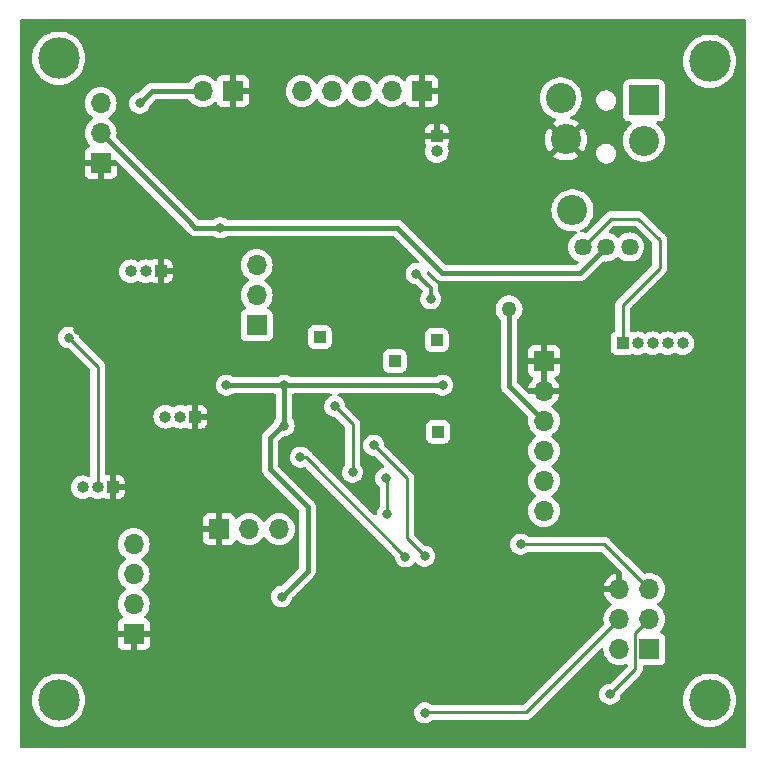
<source format=gbr>
%TF.GenerationSoftware,KiCad,Pcbnew,7.0.11-1-dev-0f715223e9*%
%TF.CreationDate,2024-01-18T09:51:02-08:00*%
%TF.ProjectId,i2s_to_toslink_pcb,6932735f-746f-45f7-946f-736c696e6b5f,rev?*%
%TF.SameCoordinates,Original*%
%TF.FileFunction,Copper,L2,Bot*%
%TF.FilePolarity,Positive*%
%FSLAX46Y46*%
G04 Gerber Fmt 4.6, Leading zero omitted, Abs format (unit mm)*
G04 Created by KiCad (PCBNEW 7.0.11-1-dev-0f715223e9) date 2024-01-18 09:51:02*
%MOMM*%
%LPD*%
G01*
G04 APERTURE LIST*
%TA.AperFunction,ComponentPad*%
%ADD10C,2.600000*%
%TD*%
%TA.AperFunction,ConnectorPad*%
%ADD11C,3.500000*%
%TD*%
%TA.AperFunction,ComponentPad*%
%ADD12R,1.700000X1.700000*%
%TD*%
%TA.AperFunction,ComponentPad*%
%ADD13O,1.700000X1.700000*%
%TD*%
%TA.AperFunction,ComponentPad*%
%ADD14R,1.000000X1.000000*%
%TD*%
%TA.AperFunction,ComponentPad*%
%ADD15O,1.000000X1.000000*%
%TD*%
%TA.AperFunction,ComponentPad*%
%ADD16R,2.550000X2.550000*%
%TD*%
%TA.AperFunction,ComponentPad*%
%ADD17C,2.550000*%
%TD*%
%TA.AperFunction,ComponentPad*%
%ADD18C,1.462000*%
%TD*%
%TA.AperFunction,ViaPad*%
%ADD19C,0.800000*%
%TD*%
%TA.AperFunction,ViaPad*%
%ADD20C,1.270000*%
%TD*%
%TA.AperFunction,Conductor*%
%ADD21C,0.381000*%
%TD*%
%TA.AperFunction,Conductor*%
%ADD22C,0.250000*%
%TD*%
%TA.AperFunction,Conductor*%
%ADD23C,0.304800*%
%TD*%
G04 APERTURE END LIST*
D10*
%TO.P,H1,1*%
%TO.N,N/C*%
X24130000Y-23622000D03*
D11*
X24130000Y-23622000D03*
%TD*%
D12*
%TO.P,J3,1,Pin_1*%
%TO.N,GND*%
X27686000Y-32512000D03*
D13*
%TO.P,J3,2,Pin_2*%
%TO.N,VCC_3V3*%
X27686000Y-29972000D03*
%TO.P,J3,3,Pin_3*%
%TO.N,VIN_5V*%
X27686000Y-27432000D03*
%TD*%
D14*
%TO.P,J17,1,Pin_1*%
%TO.N,CODEC_CLKOUT*%
X56134000Y-47498000D03*
%TD*%
D12*
%TO.P,J2,1,Pin_1*%
%TO.N,GND*%
X54864000Y-26416000D03*
D13*
%TO.P,J2,2,Pin_2*%
%TO.N,EXTERNAL_IN_I2S_DIN*%
X52324000Y-26416000D03*
%TO.P,J2,3,Pin_3*%
%TO.N,EXTERNAL_IN_I2S_BCLK*%
X49784000Y-26416000D03*
%TO.P,J2,4,Pin_4*%
%TO.N,EXTERNAL_IN_I2S_LRCLK*%
X47244000Y-26416000D03*
%TO.P,J2,5,Pin_5*%
%TO.N,EXTERNAL_IN_I2S_MCLK*%
X44704000Y-26416000D03*
%TD*%
D14*
%TO.P,J15,1,Pin_1*%
%TO.N,CODEC_GPO7*%
X56261000Y-55245000D03*
%TD*%
D12*
%TO.P,J12,1,Pin_1*%
%TO.N,GND*%
X30480000Y-72390000D03*
D13*
%TO.P,J12,2,Pin_2*%
%TO.N,Net-(J12-Pin_2)*%
X30480000Y-69850000D03*
%TO.P,J12,3,Pin_3*%
%TO.N,Net-(J12-Pin_3)*%
X30480000Y-67310000D03*
%TO.P,J12,4,Pin_4*%
%TO.N,Net-(J12-Pin_4)*%
X30480000Y-64770000D03*
%TD*%
D14*
%TO.P,J9,1,Pin_1*%
%TO.N,GND*%
X35687000Y-53975000D03*
D15*
%TO.P,J9,2,Pin_2*%
%TO.N,Net-(J9-Pin_2)*%
X34417000Y-53975000D03*
%TO.P,J9,3,Pin_3*%
%TO.N,CLKGEN_OUT_I2S_MCLK*%
X33147000Y-53975000D03*
%TD*%
D14*
%TO.P,J7,1,Pin_1*%
%TO.N,GND*%
X28702000Y-59944000D03*
D15*
%TO.P,J7,2,Pin_2*%
%TO.N,Net-(J7-Pin_2)*%
X27432000Y-59944000D03*
%TO.P,J7,3,Pin_3*%
%TO.N,EXTERNAL_IN_I2S_BCLK*%
X26162000Y-59944000D03*
%TD*%
D14*
%TO.P,J14,1,Pin_1*%
%TO.N,CODEC_GPO0*%
X46228000Y-47244000D03*
%TD*%
D12*
%TO.P,J5,1,Pin_1*%
%TO.N,GND*%
X65200000Y-49250000D03*
D13*
%TO.P,J5,2,Pin_2*%
X65200000Y-51790000D03*
%TO.P,J5,3,Pin_3*%
%TO.N,VIN_5V*%
X65200000Y-54330000D03*
%TO.P,J5,4,Pin_4*%
%TO.N,Net-(J5-Pin_4)*%
X65200000Y-56870000D03*
%TO.P,J5,5,Pin_5*%
%TO.N,Net-(J5-Pin_5)*%
X65200000Y-59410000D03*
%TO.P,J5,6,Pin_6*%
%TO.N,Net-(J5-Pin_6)*%
X65200000Y-61950000D03*
%TD*%
D10*
%TO.P,H3,1*%
%TO.N,N/C*%
X24130000Y-77978000D03*
D11*
X24130000Y-77978000D03*
%TD*%
D16*
%TO.P,J10,1,DETECTOR_1*%
%TO.N,Net-(J10-DETECTOR_1)*%
X73678400Y-27198600D03*
D17*
%TO.P,J10,2,LEFT_CHANNEL*%
%TO.N,Net-(J10-LEFT_CHANNEL)*%
X67628400Y-36498600D03*
%TO.P,J10,3,RIGHT_CHANNEL*%
%TO.N,Net-(J10-RIGHT_CHANNEL)*%
X73678400Y-30598600D03*
%TO.P,J10,4,GND_1*%
%TO.N,GND*%
X67078400Y-30498600D03*
%TO.P,J10,5,DETECTOR_2*%
%TO.N,Net-(J10-DETECTOR_2)*%
X66628400Y-26998600D03*
D18*
%TO.P,J10,6,GND_2*%
%TO.N,Net-(J10-GND_2)*%
X68478400Y-39598600D03*
%TO.P,J10,7,VCC*%
%TO.N,VCC_3V3*%
X70478400Y-39598600D03*
%TO.P,J10,8,VIN*%
%TO.N,Net-(J10-VIN)*%
X72478400Y-39598600D03*
%TD*%
D14*
%TO.P,J13,1,Pin_1*%
%TO.N,Net-(J10-GND_2)*%
X71872000Y-47752000D03*
D15*
%TO.P,J13,2,Pin_2*%
%TO.N,Net-(J10-LEFT_CHANNEL)*%
X73142000Y-47752000D03*
%TO.P,J13,3,Pin_3*%
%TO.N,Net-(J10-DETECTOR_2)*%
X74412000Y-47752000D03*
%TO.P,J13,4,Pin_4*%
%TO.N,Net-(J10-RIGHT_CHANNEL)*%
X75682000Y-47752000D03*
%TO.P,J13,5,Pin_5*%
%TO.N,Net-(J10-DETECTOR_1)*%
X76952000Y-47752000D03*
%TD*%
D14*
%TO.P,J11,1,Pin_1*%
%TO.N,GND*%
X56134000Y-30226000D03*
D15*
%TO.P,J11,2,Pin_2*%
%TO.N,Net-(J11-Pin_2)*%
X56134000Y-31496000D03*
%TD*%
D12*
%TO.P,J6,1,MISO*%
%TO.N,MCU_MISO*%
X74140000Y-73660000D03*
D13*
%TO.P,J6,2,VCC*%
%TO.N,VIN_5V*%
X71600000Y-73660000D03*
%TO.P,J6,3,SCK*%
%TO.N,MCU_SCK*%
X74140000Y-71120000D03*
%TO.P,J6,4,MOSI*%
%TO.N,MCU_MOSI*%
X71600000Y-71120000D03*
%TO.P,J6,5,~{RST}*%
%TO.N,MCU_RST*%
X74140000Y-68580000D03*
%TO.P,J6,6,GND*%
%TO.N,GND*%
X71600000Y-68580000D03*
%TD*%
D12*
%TO.P,J1,1,Pin_1*%
%TO.N,GND*%
X38862000Y-26416000D03*
D13*
%TO.P,J1,2,Pin_2*%
%TO.N,VIN_5V*%
X36322000Y-26416000D03*
%TD*%
D12*
%TO.P,JP1,1,A*%
%TO.N,CLKGEN_OUT_I2S_MCLK*%
X40894000Y-46228000D03*
D13*
%TO.P,JP1,2,C*%
%TO.N,CODEC_IN_I2S_MCLK*%
X40894000Y-43688000D03*
%TO.P,JP1,3,B*%
%TO.N,EXTERNAL_IN_I2S_MCLK*%
X40894000Y-41148000D03*
%TD*%
D14*
%TO.P,J8,1,Pin_1*%
%TO.N,GND*%
X32766000Y-41656000D03*
D15*
%TO.P,J8,2,Pin_2*%
%TO.N,Net-(J8-Pin_2)*%
X31496000Y-41656000D03*
%TO.P,J8,3,Pin_3*%
%TO.N,Net-(J8-Pin_3)*%
X30226000Y-41656000D03*
%TD*%
D14*
%TO.P,J16,1,Pin_1*%
%TO.N,CODEC_RESETB*%
X52578000Y-49276000D03*
%TD*%
D10*
%TO.P,H2,1*%
%TO.N,N/C*%
X79248000Y-23876000D03*
D11*
X79248000Y-23876000D03*
%TD*%
D10*
%TO.P,H4,1*%
%TO.N,N/C*%
X79248000Y-77978000D03*
D11*
X79248000Y-77978000D03*
%TD*%
D12*
%TO.P,J4,1,Pin_1*%
%TO.N,GND*%
X37719000Y-63500000D03*
D13*
%TO.P,J4,2,Pin_2*%
%TO.N,Net-(J4-Pin_2)*%
X40259000Y-63500000D03*
%TO.P,J4,3,Pin_3*%
%TO.N,Net-(J4-Pin_3)*%
X42799000Y-63500000D03*
%TD*%
D19*
%TO.N,GND*%
X35131587Y-29742939D03*
X25400000Y-51460400D03*
X66471800Y-73126600D03*
X61468000Y-32893000D03*
X45948600Y-73364700D03*
X35890200Y-47218600D03*
X47244000Y-49276000D03*
X67400000Y-44799998D03*
X69596000Y-62865000D03*
X36286078Y-30897431D03*
X59893200Y-76581000D03*
X48006000Y-78994000D03*
X59385200Y-72593200D03*
X25762937Y-46651999D03*
X40107249Y-33166370D03*
X52832000Y-54356000D03*
X42926000Y-76708000D03*
X59004200Y-45034200D03*
X40857824Y-35469176D03*
X39624000Y-48768000D03*
X26600000Y-40640002D03*
X45600000Y-45000018D03*
X52324000Y-44196000D03*
X62484000Y-55245000D03*
X38100000Y-44881800D03*
X45974000Y-71783700D03*
X76200000Y-62484000D03*
D20*
X45974000Y-31000000D03*
D19*
X43027600Y-70891400D03*
%TO.N,VIN_5V*%
X30988000Y-27432000D03*
D20*
X62258500Y-44831000D03*
D19*
%TO.N,VCC_3V3*%
X43000000Y-69200000D03*
X43200000Y-54737000D03*
X56642000Y-51308000D03*
X43217010Y-51308000D03*
X38326999Y-51307999D03*
X37800000Y-37973008D03*
%TO.N,MCU_RST*%
X63246000Y-64770000D03*
%TO.N,Net-(J7-Pin_2)*%
X24972996Y-47274601D03*
%TO.N,MCU_SCK*%
X70799996Y-77470000D03*
%TO.N,MCU_MOSI*%
X55118000Y-79044800D03*
%TO.N,MCU_SDA1*%
X50800000Y-56388000D03*
X55118000Y-65786000D03*
%TO.N,MCU_SCL1*%
X53480264Y-65824090D03*
X44600000Y-57400006D03*
%TO.N,MCU_RXD0*%
X51943000Y-62230000D03*
X51816000Y-59182000D03*
%TO.N,CODEC_OUT_SPDIF_AUDIO_DATA*%
X54400000Y-41854818D03*
X55626000Y-43992800D03*
%TO.N,MCU_INT0*%
X47498000Y-53086000D03*
X49022000Y-58674000D03*
%TD*%
D21*
%TO.N,VIN_5V*%
X36322000Y-26416000D02*
X32004000Y-26416000D01*
X62103000Y-44986500D02*
X62258500Y-44831000D01*
X65200000Y-54330000D02*
X62258500Y-51388500D01*
X32004000Y-26416000D02*
X30988000Y-27432000D01*
X62258500Y-51388500D02*
X62258500Y-44831000D01*
%TO.N,VCC_3V3*%
X43217010Y-51308000D02*
X43200000Y-51325010D01*
X43200000Y-51325010D02*
X43200000Y-54737000D01*
X68277000Y-41800000D02*
X56600000Y-41800000D01*
X52773008Y-37973008D02*
X37800000Y-37973008D01*
X43217010Y-51308000D02*
X38327000Y-51308000D01*
X34957000Y-37243000D02*
X27686000Y-29972000D01*
X45200000Y-61600000D02*
X42000000Y-58400000D01*
X45200000Y-67000000D02*
X45200000Y-61600000D01*
X42000000Y-55800000D02*
X43063000Y-54737000D01*
X38327000Y-51308000D02*
X38326999Y-51307999D01*
X37800000Y-37973008D02*
X35687008Y-37973008D01*
X35687008Y-37973008D02*
X34957000Y-37243000D01*
X43063000Y-54737000D02*
X43200000Y-54737000D01*
X56642000Y-51308000D02*
X43217010Y-51308000D01*
X70478400Y-39598600D02*
X68277000Y-41800000D01*
X42000000Y-58400000D02*
X42000000Y-55800000D01*
X43000000Y-69200000D02*
X45200000Y-67000000D01*
X56600000Y-41800000D02*
X52773008Y-37973008D01*
D22*
%TO.N,MCU_RST*%
X74140000Y-68580000D02*
X70330000Y-64770000D01*
X70330000Y-64770000D02*
X63246000Y-64770000D01*
%TO.N,Net-(J7-Pin_2)*%
X27432000Y-49733605D02*
X24972996Y-47274601D01*
X27432000Y-59944000D02*
X27432000Y-49733605D01*
%TO.N,MCU_SCK*%
X72965000Y-72295000D02*
X74140000Y-71120000D01*
X72965000Y-75304996D02*
X72965000Y-72295000D01*
X70799996Y-77470000D02*
X72965000Y-75304996D01*
%TO.N,MCU_MOSI*%
X63720000Y-79000000D02*
X71600000Y-71120000D01*
X55162800Y-79000000D02*
X63720000Y-79000000D01*
X55118000Y-79044800D02*
X55162800Y-79000000D01*
X55118000Y-79044800D02*
X55270400Y-78892400D01*
%TO.N,MCU_SDA1*%
X50800000Y-56388000D02*
X53594000Y-59182000D01*
X53594000Y-64262000D02*
X55118000Y-65786000D01*
X53594000Y-59182000D02*
X53594000Y-64262000D01*
%TO.N,MCU_SCL1*%
X53480264Y-65824090D02*
X45056180Y-57400006D01*
X45056180Y-57400006D02*
X44600000Y-57400006D01*
%TO.N,MCU_RXD0*%
X51943000Y-59309000D02*
X51816000Y-59182000D01*
X51943000Y-62230000D02*
X51943000Y-59309000D01*
D23*
%TO.N,CODEC_OUT_SPDIF_AUDIO_DATA*%
X55626000Y-43080818D02*
X54400000Y-41854818D01*
X55626000Y-43992800D02*
X55626000Y-43080818D01*
D22*
%TO.N,MCU_INT0*%
X47498000Y-53086000D02*
X49022000Y-54610000D01*
X49022000Y-54610000D02*
X49022000Y-58674000D01*
%TO.N,Net-(J10-GND_2)*%
X73200000Y-37200000D02*
X70877000Y-37200000D01*
X75000000Y-41400000D02*
X75000000Y-39000000D01*
X70877000Y-37200000D02*
X68478400Y-39598600D01*
X71872000Y-47752000D02*
X71872000Y-44528000D01*
X75000000Y-39000000D02*
X73200000Y-37200000D01*
X71872000Y-44528000D02*
X75000000Y-41400000D01*
%TD*%
%TA.AperFunction,Conductor*%
%TO.N,GND*%
G36*
X65450000Y-51354498D02*
G01*
X65342315Y-51305320D01*
X65235763Y-51290000D01*
X65164237Y-51290000D01*
X65057685Y-51305320D01*
X64950000Y-51354498D01*
X64950000Y-49685501D01*
X65057685Y-49734680D01*
X65164237Y-49750000D01*
X65235763Y-49750000D01*
X65342315Y-49734680D01*
X65450000Y-49685501D01*
X65450000Y-51354498D01*
G37*
%TD.AperFunction*%
%TA.AperFunction,Conductor*%
G36*
X82238539Y-20340185D02*
G01*
X82284294Y-20392989D01*
X82295500Y-20444500D01*
X82295500Y-81917500D01*
X82275815Y-81984539D01*
X82223011Y-82030294D01*
X82171500Y-82041500D01*
X20952500Y-82041500D01*
X20885461Y-82021815D01*
X20839706Y-81969011D01*
X20828500Y-81917500D01*
X20828500Y-77978007D01*
X21874671Y-77978007D01*
X21893964Y-78272363D01*
X21893965Y-78272373D01*
X21893966Y-78272380D01*
X21907054Y-78338181D01*
X21951518Y-78561716D01*
X21951521Y-78561730D01*
X22046349Y-78841080D01*
X22176825Y-79105660D01*
X22176829Y-79105667D01*
X22340725Y-79350955D01*
X22535241Y-79572758D01*
X22757044Y-79767274D01*
X22964576Y-79905942D01*
X23002335Y-79931172D01*
X23266923Y-80061652D01*
X23546278Y-80156481D01*
X23835620Y-80214034D01*
X23863888Y-80215886D01*
X24129993Y-80233329D01*
X24130000Y-80233329D01*
X24130007Y-80233329D01*
X24365675Y-80217881D01*
X24424380Y-80214034D01*
X24713722Y-80156481D01*
X24993077Y-80061652D01*
X25257665Y-79931172D01*
X25502957Y-79767273D01*
X25724758Y-79572758D01*
X25919273Y-79350957D01*
X26083172Y-79105665D01*
X26113187Y-79044800D01*
X54212540Y-79044800D01*
X54232326Y-79233056D01*
X54232327Y-79233059D01*
X54290818Y-79413077D01*
X54290821Y-79413084D01*
X54385467Y-79577016D01*
X54512129Y-79717688D01*
X54665265Y-79828948D01*
X54665270Y-79828951D01*
X54838192Y-79905942D01*
X54838197Y-79905944D01*
X55023354Y-79945300D01*
X55023355Y-79945300D01*
X55212644Y-79945300D01*
X55212646Y-79945300D01*
X55397803Y-79905944D01*
X55570730Y-79828951D01*
X55723864Y-79717692D01*
X55723866Y-79717692D01*
X55723866Y-79717690D01*
X55723871Y-79717688D01*
X55769937Y-79666525D01*
X55829423Y-79629879D01*
X55862086Y-79625500D01*
X63637257Y-79625500D01*
X63652877Y-79627224D01*
X63652904Y-79626939D01*
X63660660Y-79627671D01*
X63660667Y-79627673D01*
X63727873Y-79625561D01*
X63731768Y-79625500D01*
X63759346Y-79625500D01*
X63759350Y-79625500D01*
X63763324Y-79624997D01*
X63774963Y-79624080D01*
X63818627Y-79622709D01*
X63837869Y-79617117D01*
X63856912Y-79613174D01*
X63876792Y-79610664D01*
X63917401Y-79594585D01*
X63928444Y-79590803D01*
X63970390Y-79578618D01*
X63987629Y-79568422D01*
X64005103Y-79559862D01*
X64023727Y-79552488D01*
X64023727Y-79552487D01*
X64023732Y-79552486D01*
X64059083Y-79526800D01*
X64068814Y-79520408D01*
X64106420Y-79498170D01*
X64120589Y-79483999D01*
X64135379Y-79471368D01*
X64151587Y-79459594D01*
X64179438Y-79425926D01*
X64187279Y-79417309D01*
X70032662Y-73571927D01*
X70093983Y-73538444D01*
X70163675Y-73543428D01*
X70219608Y-73585300D01*
X70244025Y-73650764D01*
X70244341Y-73659610D01*
X70244341Y-73660000D01*
X70264936Y-73895403D01*
X70264938Y-73895413D01*
X70326094Y-74123655D01*
X70326096Y-74123659D01*
X70326097Y-74123663D01*
X70425965Y-74337830D01*
X70425967Y-74337834D01*
X70534281Y-74492521D01*
X70561505Y-74531401D01*
X70728599Y-74698495D01*
X70825384Y-74766265D01*
X70922165Y-74834032D01*
X70922167Y-74834033D01*
X70922170Y-74834035D01*
X71136337Y-74933903D01*
X71364592Y-74995063D01*
X71552918Y-75011539D01*
X71599999Y-75015659D01*
X71600000Y-75015659D01*
X71600001Y-75015659D01*
X71639234Y-75012226D01*
X71835408Y-74995063D01*
X72063663Y-74933903D01*
X72153022Y-74892233D01*
X72222098Y-74881742D01*
X72285882Y-74910261D01*
X72324122Y-74968738D01*
X72324677Y-75038605D01*
X72293107Y-75092297D01*
X70852224Y-76533181D01*
X70790901Y-76566666D01*
X70764543Y-76569500D01*
X70705350Y-76569500D01*
X70672893Y-76576398D01*
X70520193Y-76608855D01*
X70520188Y-76608857D01*
X70347266Y-76685848D01*
X70347261Y-76685851D01*
X70194125Y-76797111D01*
X70067462Y-76937785D01*
X69972817Y-77101715D01*
X69972814Y-77101722D01*
X69914323Y-77281740D01*
X69914322Y-77281744D01*
X69894536Y-77470000D01*
X69914322Y-77658256D01*
X69914323Y-77658259D01*
X69972814Y-77838277D01*
X69972817Y-77838284D01*
X70067463Y-78002216D01*
X70194125Y-78142888D01*
X70347261Y-78254148D01*
X70347266Y-78254151D01*
X70520188Y-78331142D01*
X70520193Y-78331144D01*
X70705350Y-78370500D01*
X70705351Y-78370500D01*
X70894640Y-78370500D01*
X70894642Y-78370500D01*
X71079799Y-78331144D01*
X71252726Y-78254151D01*
X71405867Y-78142888D01*
X71532529Y-78002216D01*
X71546506Y-77978007D01*
X76992671Y-77978007D01*
X77011964Y-78272363D01*
X77011965Y-78272373D01*
X77011966Y-78272380D01*
X77025054Y-78338181D01*
X77069518Y-78561716D01*
X77069521Y-78561730D01*
X77164349Y-78841080D01*
X77294825Y-79105660D01*
X77294829Y-79105667D01*
X77458725Y-79350955D01*
X77653241Y-79572758D01*
X77875044Y-79767274D01*
X78082576Y-79905942D01*
X78120335Y-79931172D01*
X78384923Y-80061652D01*
X78664278Y-80156481D01*
X78953620Y-80214034D01*
X78981888Y-80215886D01*
X79247993Y-80233329D01*
X79248000Y-80233329D01*
X79248007Y-80233329D01*
X79483675Y-80217881D01*
X79542380Y-80214034D01*
X79831722Y-80156481D01*
X80111077Y-80061652D01*
X80375665Y-79931172D01*
X80620957Y-79767273D01*
X80842758Y-79572758D01*
X81037273Y-79350957D01*
X81201172Y-79105665D01*
X81331652Y-78841077D01*
X81426481Y-78561722D01*
X81484034Y-78272380D01*
X81492429Y-78144300D01*
X81503329Y-77978007D01*
X81503329Y-77977992D01*
X81484035Y-77683636D01*
X81484034Y-77683620D01*
X81426481Y-77394278D01*
X81331652Y-77114923D01*
X81201172Y-76850336D01*
X81037273Y-76605043D01*
X80994655Y-76556447D01*
X80842758Y-76383241D01*
X80620955Y-76188725D01*
X80375667Y-76024829D01*
X80375660Y-76024825D01*
X80111080Y-75894349D01*
X79831730Y-75799521D01*
X79831724Y-75799519D01*
X79831722Y-75799519D01*
X79542380Y-75741966D01*
X79542373Y-75741965D01*
X79542363Y-75741964D01*
X79248007Y-75722671D01*
X79247993Y-75722671D01*
X78953636Y-75741964D01*
X78953624Y-75741965D01*
X78953620Y-75741966D01*
X78953612Y-75741967D01*
X78953609Y-75741968D01*
X78664283Y-75799518D01*
X78664269Y-75799521D01*
X78384919Y-75894349D01*
X78120334Y-76024828D01*
X77875041Y-76188728D01*
X77653241Y-76383241D01*
X77458728Y-76605041D01*
X77294828Y-76850334D01*
X77164349Y-77114919D01*
X77069521Y-77394269D01*
X77069518Y-77394283D01*
X77011968Y-77683609D01*
X77011964Y-77683636D01*
X76992671Y-77977992D01*
X76992671Y-77978007D01*
X71546506Y-77978007D01*
X71627175Y-77838284D01*
X71685670Y-77658256D01*
X71703317Y-77490344D01*
X71729900Y-77425734D01*
X71738947Y-77415638D01*
X73348788Y-75805797D01*
X73361042Y-75795982D01*
X73360859Y-75795760D01*
X73366868Y-75790787D01*
X73366877Y-75790782D01*
X73412949Y-75741718D01*
X73415566Y-75739019D01*
X73435120Y-75719467D01*
X73437576Y-75716299D01*
X73445156Y-75707423D01*
X73475062Y-75675578D01*
X73484715Y-75658016D01*
X73495389Y-75641766D01*
X73507673Y-75625932D01*
X73525019Y-75585846D01*
X73530157Y-75575358D01*
X73551196Y-75537089D01*
X73551197Y-75537088D01*
X73556177Y-75517687D01*
X73562478Y-75499284D01*
X73570438Y-75480892D01*
X73577272Y-75437737D01*
X73579635Y-75426327D01*
X73590500Y-75384015D01*
X73590500Y-75363979D01*
X73592027Y-75344578D01*
X73595160Y-75324800D01*
X73591050Y-75281320D01*
X73590500Y-75269651D01*
X73590500Y-75134499D01*
X73610185Y-75067460D01*
X73662989Y-75021705D01*
X73714500Y-75010499D01*
X75037871Y-75010499D01*
X75037872Y-75010499D01*
X75097483Y-75004091D01*
X75232331Y-74953796D01*
X75347546Y-74867546D01*
X75433796Y-74752331D01*
X75484091Y-74617483D01*
X75490500Y-74557873D01*
X75490499Y-72762128D01*
X75484091Y-72702517D01*
X75445796Y-72599844D01*
X75433797Y-72567671D01*
X75433793Y-72567664D01*
X75347547Y-72452455D01*
X75347544Y-72452452D01*
X75232335Y-72366206D01*
X75232328Y-72366202D01*
X75100917Y-72317189D01*
X75044983Y-72275318D01*
X75020566Y-72209853D01*
X75035418Y-72141580D01*
X75056563Y-72113332D01*
X75178495Y-71991401D01*
X75314035Y-71797830D01*
X75413903Y-71583663D01*
X75475063Y-71355408D01*
X75495659Y-71120000D01*
X75475063Y-70884592D01*
X75413903Y-70656337D01*
X75314035Y-70442171D01*
X75308425Y-70434158D01*
X75178494Y-70248597D01*
X75011402Y-70081506D01*
X75011396Y-70081501D01*
X74825842Y-69951575D01*
X74782217Y-69896998D01*
X74775023Y-69827500D01*
X74806546Y-69765145D01*
X74825842Y-69748425D01*
X74848994Y-69732214D01*
X75011401Y-69618495D01*
X75178495Y-69451401D01*
X75314035Y-69257830D01*
X75413903Y-69043663D01*
X75475063Y-68815408D01*
X75495659Y-68580000D01*
X75493690Y-68557500D01*
X75481297Y-68415848D01*
X75475063Y-68344592D01*
X75413903Y-68116337D01*
X75314035Y-67902171D01*
X75224054Y-67773663D01*
X75178494Y-67708597D01*
X75011402Y-67541506D01*
X75011395Y-67541501D01*
X74817834Y-67405967D01*
X74817830Y-67405965D01*
X74719483Y-67360105D01*
X74603663Y-67306097D01*
X74603659Y-67306096D01*
X74603655Y-67306094D01*
X74375413Y-67244938D01*
X74375403Y-67244936D01*
X74140001Y-67224341D01*
X74139999Y-67224341D01*
X73904596Y-67244936D01*
X73904586Y-67244938D01*
X73804126Y-67271856D01*
X73734276Y-67270193D01*
X73684352Y-67239762D01*
X72275632Y-65831042D01*
X70830803Y-64386212D01*
X70820980Y-64373950D01*
X70820759Y-64374134D01*
X70815786Y-64368122D01*
X70766776Y-64322099D01*
X70763977Y-64319386D01*
X70744477Y-64299885D01*
X70744471Y-64299880D01*
X70741286Y-64297409D01*
X70732434Y-64289848D01*
X70700582Y-64259938D01*
X70700580Y-64259936D01*
X70700577Y-64259935D01*
X70683029Y-64250288D01*
X70666763Y-64239604D01*
X70650932Y-64227324D01*
X70610849Y-64209978D01*
X70600363Y-64204841D01*
X70562094Y-64183803D01*
X70562092Y-64183802D01*
X70542693Y-64178822D01*
X70524281Y-64172518D01*
X70505898Y-64164562D01*
X70505892Y-64164560D01*
X70462760Y-64157729D01*
X70451322Y-64155361D01*
X70409020Y-64144500D01*
X70409019Y-64144500D01*
X70388984Y-64144500D01*
X70369586Y-64142973D01*
X70362162Y-64141797D01*
X70349805Y-64139840D01*
X70349804Y-64139840D01*
X70306325Y-64143950D01*
X70294656Y-64144500D01*
X63949748Y-64144500D01*
X63882709Y-64124815D01*
X63857600Y-64103474D01*
X63851873Y-64097114D01*
X63851869Y-64097110D01*
X63698734Y-63985851D01*
X63698729Y-63985848D01*
X63525807Y-63908857D01*
X63525802Y-63908855D01*
X63380001Y-63877865D01*
X63340646Y-63869500D01*
X63151354Y-63869500D01*
X63118897Y-63876398D01*
X62966197Y-63908855D01*
X62966192Y-63908857D01*
X62793270Y-63985848D01*
X62793265Y-63985851D01*
X62640129Y-64097111D01*
X62513466Y-64237785D01*
X62418821Y-64401715D01*
X62418818Y-64401722D01*
X62360327Y-64581740D01*
X62360326Y-64581744D01*
X62340540Y-64770000D01*
X62360326Y-64958256D01*
X62360327Y-64958259D01*
X62418818Y-65138277D01*
X62418821Y-65138284D01*
X62513467Y-65302216D01*
X62630162Y-65431819D01*
X62640129Y-65442888D01*
X62793265Y-65554148D01*
X62793270Y-65554151D01*
X62966192Y-65631142D01*
X62966197Y-65631144D01*
X63151354Y-65670500D01*
X63151355Y-65670500D01*
X63340644Y-65670500D01*
X63340646Y-65670500D01*
X63525803Y-65631144D01*
X63698730Y-65554151D01*
X63851871Y-65442888D01*
X63854788Y-65439647D01*
X63857600Y-65436526D01*
X63917087Y-65399879D01*
X63949748Y-65395500D01*
X70019548Y-65395500D01*
X70086587Y-65415185D01*
X70107229Y-65431819D01*
X71813681Y-67138271D01*
X71847166Y-67199594D01*
X71850000Y-67225952D01*
X71850000Y-68144498D01*
X71742315Y-68095320D01*
X71635763Y-68080000D01*
X71564237Y-68080000D01*
X71457685Y-68095320D01*
X71350000Y-68144498D01*
X71350000Y-67249364D01*
X71349999Y-67249364D01*
X71136513Y-67306567D01*
X71136507Y-67306570D01*
X70922422Y-67406399D01*
X70922420Y-67406400D01*
X70728926Y-67541886D01*
X70728920Y-67541891D01*
X70561891Y-67708920D01*
X70561886Y-67708926D01*
X70426400Y-67902420D01*
X70426399Y-67902422D01*
X70326570Y-68116507D01*
X70326567Y-68116513D01*
X70269364Y-68329999D01*
X70269364Y-68330000D01*
X71166314Y-68330000D01*
X71140507Y-68370156D01*
X71100000Y-68508111D01*
X71100000Y-68651889D01*
X71140507Y-68789844D01*
X71166314Y-68830000D01*
X70269364Y-68830000D01*
X70326567Y-69043486D01*
X70326570Y-69043492D01*
X70426399Y-69257578D01*
X70561894Y-69451082D01*
X70728917Y-69618105D01*
X70914595Y-69748119D01*
X70958219Y-69802696D01*
X70965412Y-69872195D01*
X70933890Y-69934549D01*
X70914595Y-69951269D01*
X70728594Y-70081508D01*
X70561505Y-70248597D01*
X70425965Y-70442169D01*
X70425964Y-70442171D01*
X70326098Y-70656335D01*
X70326094Y-70656344D01*
X70264938Y-70884586D01*
X70264936Y-70884596D01*
X70244341Y-71119999D01*
X70244341Y-71120000D01*
X70264936Y-71355403D01*
X70264938Y-71355413D01*
X70291856Y-71455872D01*
X70290193Y-71525722D01*
X70259762Y-71575646D01*
X63497228Y-78338181D01*
X63435905Y-78371666D01*
X63409547Y-78374500D01*
X55767724Y-78374500D01*
X55700685Y-78354815D01*
X55694839Y-78350818D01*
X55570734Y-78260651D01*
X55570729Y-78260648D01*
X55397807Y-78183657D01*
X55397802Y-78183655D01*
X55252001Y-78152665D01*
X55212646Y-78144300D01*
X55023354Y-78144300D01*
X54990897Y-78151198D01*
X54838197Y-78183655D01*
X54838192Y-78183657D01*
X54665270Y-78260648D01*
X54665265Y-78260651D01*
X54512129Y-78371911D01*
X54385466Y-78512585D01*
X54290821Y-78676515D01*
X54290818Y-78676522D01*
X54232327Y-78856540D01*
X54232326Y-78856544D01*
X54212540Y-79044800D01*
X26113187Y-79044800D01*
X26213652Y-78841077D01*
X26308481Y-78561722D01*
X26366034Y-78272380D01*
X26374429Y-78144300D01*
X26385329Y-77978007D01*
X26385329Y-77977992D01*
X26366035Y-77683636D01*
X26366034Y-77683620D01*
X26308481Y-77394278D01*
X26213652Y-77114923D01*
X26083172Y-76850336D01*
X25919273Y-76605043D01*
X25876655Y-76556447D01*
X25724758Y-76383241D01*
X25502955Y-76188725D01*
X25257667Y-76024829D01*
X25257660Y-76024825D01*
X24993080Y-75894349D01*
X24713730Y-75799521D01*
X24713724Y-75799519D01*
X24713722Y-75799519D01*
X24424380Y-75741966D01*
X24424373Y-75741965D01*
X24424363Y-75741964D01*
X24130007Y-75722671D01*
X24129993Y-75722671D01*
X23835636Y-75741964D01*
X23835624Y-75741965D01*
X23835620Y-75741966D01*
X23835612Y-75741967D01*
X23835609Y-75741968D01*
X23546283Y-75799518D01*
X23546269Y-75799521D01*
X23266919Y-75894349D01*
X23002334Y-76024828D01*
X22757041Y-76188728D01*
X22535241Y-76383241D01*
X22340728Y-76605041D01*
X22176828Y-76850334D01*
X22046349Y-77114919D01*
X21951521Y-77394269D01*
X21951518Y-77394283D01*
X21893968Y-77683609D01*
X21893964Y-77683636D01*
X21874671Y-77977992D01*
X21874671Y-77978007D01*
X20828500Y-77978007D01*
X20828500Y-69850000D01*
X29124341Y-69850000D01*
X29144936Y-70085403D01*
X29144938Y-70085413D01*
X29206094Y-70313655D01*
X29206096Y-70313659D01*
X29206097Y-70313663D01*
X29271283Y-70453454D01*
X29305965Y-70527830D01*
X29305967Y-70527834D01*
X29414281Y-70682521D01*
X29441501Y-70721396D01*
X29441506Y-70721402D01*
X29563818Y-70843714D01*
X29597303Y-70905037D01*
X29592319Y-70974729D01*
X29550447Y-71030662D01*
X29519471Y-71047577D01*
X29387912Y-71096646D01*
X29387906Y-71096649D01*
X29272812Y-71182809D01*
X29272809Y-71182812D01*
X29186649Y-71297906D01*
X29186645Y-71297913D01*
X29136403Y-71432620D01*
X29136401Y-71432627D01*
X29130000Y-71492155D01*
X29130000Y-72140000D01*
X30046314Y-72140000D01*
X30020507Y-72180156D01*
X29980000Y-72318111D01*
X29980000Y-72461889D01*
X30020507Y-72599844D01*
X30046314Y-72640000D01*
X29130000Y-72640000D01*
X29130000Y-73287844D01*
X29136401Y-73347372D01*
X29136403Y-73347379D01*
X29186645Y-73482086D01*
X29186649Y-73482093D01*
X29272809Y-73597187D01*
X29272812Y-73597190D01*
X29387906Y-73683350D01*
X29387913Y-73683354D01*
X29522620Y-73733596D01*
X29522627Y-73733598D01*
X29582155Y-73739999D01*
X29582172Y-73740000D01*
X30230000Y-73740000D01*
X30230000Y-72825501D01*
X30337685Y-72874680D01*
X30444237Y-72890000D01*
X30515763Y-72890000D01*
X30622315Y-72874680D01*
X30730000Y-72825501D01*
X30730000Y-73740000D01*
X31377828Y-73740000D01*
X31377844Y-73739999D01*
X31437372Y-73733598D01*
X31437379Y-73733596D01*
X31572086Y-73683354D01*
X31572093Y-73683350D01*
X31687187Y-73597190D01*
X31687190Y-73597187D01*
X31773350Y-73482093D01*
X31773354Y-73482086D01*
X31823596Y-73347379D01*
X31823598Y-73347372D01*
X31829999Y-73287844D01*
X31830000Y-73287827D01*
X31830000Y-72640000D01*
X30913686Y-72640000D01*
X30939493Y-72599844D01*
X30980000Y-72461889D01*
X30980000Y-72318111D01*
X30939493Y-72180156D01*
X30913686Y-72140000D01*
X31830000Y-72140000D01*
X31830000Y-71492172D01*
X31829999Y-71492155D01*
X31823598Y-71432627D01*
X31823596Y-71432620D01*
X31773354Y-71297913D01*
X31773350Y-71297906D01*
X31687190Y-71182812D01*
X31687187Y-71182809D01*
X31572093Y-71096649D01*
X31572088Y-71096646D01*
X31440528Y-71047577D01*
X31384595Y-71005705D01*
X31360178Y-70940241D01*
X31375030Y-70871968D01*
X31396175Y-70843720D01*
X31518495Y-70721401D01*
X31654035Y-70527830D01*
X31753903Y-70313663D01*
X31815063Y-70085408D01*
X31835659Y-69850000D01*
X31833690Y-69827500D01*
X31825354Y-69732214D01*
X31815063Y-69614592D01*
X31754417Y-69388256D01*
X31753905Y-69386344D01*
X31753904Y-69386343D01*
X31753903Y-69386337D01*
X31654035Y-69172171D01*
X31589497Y-69080000D01*
X31518494Y-68978597D01*
X31351402Y-68811506D01*
X31351396Y-68811501D01*
X31165842Y-68681575D01*
X31122217Y-68626998D01*
X31115023Y-68557500D01*
X31146546Y-68495145D01*
X31165842Y-68478425D01*
X31188026Y-68462891D01*
X31351401Y-68348495D01*
X31518495Y-68181401D01*
X31654035Y-67987830D01*
X31753903Y-67773663D01*
X31815063Y-67545408D01*
X31835659Y-67310000D01*
X31815063Y-67074592D01*
X31753903Y-66846337D01*
X31654035Y-66632171D01*
X31637280Y-66608241D01*
X31518494Y-66438597D01*
X31351402Y-66271506D01*
X31351396Y-66271501D01*
X31165842Y-66141575D01*
X31122217Y-66086998D01*
X31115023Y-66017500D01*
X31146546Y-65955145D01*
X31165842Y-65938425D01*
X31300069Y-65844438D01*
X31351401Y-65808495D01*
X31518495Y-65641401D01*
X31654035Y-65447830D01*
X31753903Y-65233663D01*
X31815063Y-65005408D01*
X31835659Y-64770000D01*
X31815063Y-64534592D01*
X31778422Y-64397844D01*
X36369000Y-64397844D01*
X36375401Y-64457372D01*
X36375403Y-64457379D01*
X36425645Y-64592086D01*
X36425649Y-64592093D01*
X36511809Y-64707187D01*
X36511812Y-64707190D01*
X36626906Y-64793350D01*
X36626913Y-64793354D01*
X36761620Y-64843596D01*
X36761627Y-64843598D01*
X36821155Y-64849999D01*
X36821172Y-64850000D01*
X37469000Y-64850000D01*
X37469000Y-63935501D01*
X37576685Y-63984680D01*
X37683237Y-64000000D01*
X37754763Y-64000000D01*
X37861315Y-63984680D01*
X37969000Y-63935501D01*
X37969000Y-64850000D01*
X38616828Y-64850000D01*
X38616844Y-64849999D01*
X38676372Y-64843598D01*
X38676379Y-64843596D01*
X38811086Y-64793354D01*
X38811093Y-64793350D01*
X38926187Y-64707190D01*
X38926190Y-64707187D01*
X39012350Y-64592093D01*
X39012354Y-64592086D01*
X39061422Y-64460529D01*
X39103293Y-64404595D01*
X39168757Y-64380178D01*
X39237030Y-64395030D01*
X39265285Y-64416181D01*
X39387599Y-64538495D01*
X39449359Y-64581740D01*
X39581165Y-64674032D01*
X39581167Y-64674033D01*
X39581170Y-64674035D01*
X39795337Y-64773903D01*
X40023592Y-64835063D01*
X40194319Y-64850000D01*
X40258999Y-64855659D01*
X40259000Y-64855659D01*
X40259001Y-64855659D01*
X40323681Y-64850000D01*
X40494408Y-64835063D01*
X40722663Y-64773903D01*
X40936830Y-64674035D01*
X41130401Y-64538495D01*
X41297495Y-64371401D01*
X41427425Y-64185842D01*
X41482002Y-64142217D01*
X41551500Y-64135023D01*
X41613855Y-64166546D01*
X41630575Y-64185842D01*
X41760500Y-64371395D01*
X41760505Y-64371401D01*
X41927599Y-64538495D01*
X41989359Y-64581740D01*
X42121165Y-64674032D01*
X42121167Y-64674033D01*
X42121170Y-64674035D01*
X42335337Y-64773903D01*
X42563592Y-64835063D01*
X42734319Y-64850000D01*
X42798999Y-64855659D01*
X42799000Y-64855659D01*
X42799001Y-64855659D01*
X42863681Y-64850000D01*
X43034408Y-64835063D01*
X43262663Y-64773903D01*
X43476830Y-64674035D01*
X43670401Y-64538495D01*
X43837495Y-64371401D01*
X43973035Y-64177830D01*
X44072903Y-63963663D01*
X44134063Y-63735408D01*
X44154659Y-63500000D01*
X44134063Y-63264592D01*
X44072903Y-63036337D01*
X43973035Y-62822171D01*
X43967425Y-62814158D01*
X43837494Y-62628597D01*
X43670402Y-62461506D01*
X43670395Y-62461501D01*
X43476834Y-62325967D01*
X43476830Y-62325965D01*
X43405727Y-62292809D01*
X43262663Y-62226097D01*
X43262659Y-62226096D01*
X43262655Y-62226094D01*
X43034413Y-62164938D01*
X43034403Y-62164936D01*
X42799001Y-62144341D01*
X42798999Y-62144341D01*
X42563596Y-62164936D01*
X42563586Y-62164938D01*
X42335344Y-62226094D01*
X42335335Y-62226098D01*
X42121171Y-62325964D01*
X42121169Y-62325965D01*
X41927597Y-62461505D01*
X41760505Y-62628597D01*
X41630575Y-62814158D01*
X41575998Y-62857783D01*
X41506500Y-62864977D01*
X41444145Y-62833454D01*
X41427425Y-62814158D01*
X41297494Y-62628597D01*
X41130402Y-62461506D01*
X41130395Y-62461501D01*
X40936834Y-62325967D01*
X40936830Y-62325965D01*
X40865727Y-62292809D01*
X40722663Y-62226097D01*
X40722659Y-62226096D01*
X40722655Y-62226094D01*
X40494413Y-62164938D01*
X40494403Y-62164936D01*
X40259001Y-62144341D01*
X40258999Y-62144341D01*
X40023596Y-62164936D01*
X40023586Y-62164938D01*
X39795344Y-62226094D01*
X39795335Y-62226098D01*
X39581171Y-62325964D01*
X39581169Y-62325965D01*
X39387600Y-62461503D01*
X39265284Y-62583819D01*
X39203961Y-62617303D01*
X39134269Y-62612319D01*
X39078336Y-62570447D01*
X39061421Y-62539470D01*
X39012354Y-62407913D01*
X39012350Y-62407906D01*
X38926190Y-62292812D01*
X38926187Y-62292809D01*
X38811093Y-62206649D01*
X38811086Y-62206645D01*
X38676379Y-62156403D01*
X38676372Y-62156401D01*
X38616844Y-62150000D01*
X37969000Y-62150000D01*
X37969000Y-63064498D01*
X37861315Y-63015320D01*
X37754763Y-63000000D01*
X37683237Y-63000000D01*
X37576685Y-63015320D01*
X37469000Y-63064498D01*
X37469000Y-62150000D01*
X36821155Y-62150000D01*
X36761627Y-62156401D01*
X36761620Y-62156403D01*
X36626913Y-62206645D01*
X36626906Y-62206649D01*
X36511812Y-62292809D01*
X36511809Y-62292812D01*
X36425649Y-62407906D01*
X36425645Y-62407913D01*
X36375403Y-62542620D01*
X36375401Y-62542627D01*
X36369000Y-62602155D01*
X36369000Y-63250000D01*
X37285314Y-63250000D01*
X37259507Y-63290156D01*
X37219000Y-63428111D01*
X37219000Y-63571889D01*
X37259507Y-63709844D01*
X37285314Y-63750000D01*
X36369000Y-63750000D01*
X36369000Y-64397844D01*
X31778422Y-64397844D01*
X31757771Y-64320773D01*
X31753905Y-64306344D01*
X31753904Y-64306343D01*
X31753903Y-64306337D01*
X31654035Y-64092171D01*
X31591534Y-64002909D01*
X31518494Y-63898597D01*
X31351402Y-63731506D01*
X31351395Y-63731501D01*
X31157834Y-63595967D01*
X31157830Y-63595965D01*
X31106199Y-63571889D01*
X30943663Y-63496097D01*
X30943659Y-63496096D01*
X30943655Y-63496094D01*
X30715413Y-63434938D01*
X30715403Y-63434936D01*
X30480001Y-63414341D01*
X30479999Y-63414341D01*
X30244596Y-63434936D01*
X30244586Y-63434938D01*
X30016344Y-63496094D01*
X30016335Y-63496098D01*
X29802171Y-63595964D01*
X29802169Y-63595965D01*
X29608597Y-63731505D01*
X29441505Y-63898597D01*
X29305965Y-64092169D01*
X29305964Y-64092171D01*
X29227735Y-64259935D01*
X29208423Y-64301350D01*
X29206098Y-64306335D01*
X29206094Y-64306344D01*
X29144938Y-64534586D01*
X29144936Y-64534596D01*
X29124341Y-64769999D01*
X29124341Y-64770000D01*
X29144936Y-65005403D01*
X29144938Y-65005413D01*
X29206094Y-65233655D01*
X29206096Y-65233659D01*
X29206097Y-65233663D01*
X29238063Y-65302214D01*
X29305965Y-65447830D01*
X29305967Y-65447834D01*
X29441501Y-65641395D01*
X29441506Y-65641402D01*
X29608597Y-65808493D01*
X29608603Y-65808498D01*
X29794158Y-65938425D01*
X29837783Y-65993002D01*
X29844977Y-66062500D01*
X29813454Y-66124855D01*
X29794158Y-66141575D01*
X29608597Y-66271505D01*
X29441505Y-66438597D01*
X29305965Y-66632169D01*
X29305964Y-66632171D01*
X29206098Y-66846335D01*
X29206094Y-66846344D01*
X29144938Y-67074586D01*
X29144936Y-67074596D01*
X29124341Y-67309999D01*
X29124341Y-67310000D01*
X29144936Y-67545403D01*
X29144938Y-67545413D01*
X29206094Y-67773655D01*
X29206096Y-67773659D01*
X29206097Y-67773663D01*
X29305965Y-67987830D01*
X29305967Y-67987834D01*
X29396066Y-68116507D01*
X29437005Y-68174975D01*
X29441501Y-68181395D01*
X29441506Y-68181402D01*
X29608597Y-68348493D01*
X29608603Y-68348498D01*
X29794158Y-68478425D01*
X29837783Y-68533002D01*
X29844977Y-68602500D01*
X29813454Y-68664855D01*
X29794158Y-68681575D01*
X29608597Y-68811505D01*
X29441505Y-68978597D01*
X29305965Y-69172169D01*
X29305964Y-69172171D01*
X29206098Y-69386335D01*
X29206094Y-69386344D01*
X29144938Y-69614586D01*
X29144936Y-69614596D01*
X29124341Y-69849999D01*
X29124341Y-69850000D01*
X20828500Y-69850000D01*
X20828500Y-47274601D01*
X24067536Y-47274601D01*
X24087322Y-47462857D01*
X24087323Y-47462860D01*
X24145814Y-47642878D01*
X24145817Y-47642885D01*
X24240463Y-47806817D01*
X24280680Y-47851482D01*
X24367125Y-47947489D01*
X24520261Y-48058749D01*
X24520266Y-48058752D01*
X24693188Y-48135743D01*
X24693193Y-48135745D01*
X24878350Y-48175101D01*
X24937544Y-48175101D01*
X25004583Y-48194786D01*
X25025225Y-48211420D01*
X26770181Y-49956376D01*
X26803666Y-50017699D01*
X26806500Y-50044057D01*
X26806500Y-58947155D01*
X26786815Y-59014194D01*
X26734011Y-59059949D01*
X26664853Y-59069893D01*
X26624048Y-59056514D01*
X26546731Y-59015188D01*
X26546730Y-59015187D01*
X26546727Y-59015186D01*
X26358132Y-58957976D01*
X26358129Y-58957975D01*
X26162000Y-58938659D01*
X25965870Y-58957975D01*
X25777266Y-59015188D01*
X25603467Y-59108086D01*
X25603460Y-59108090D01*
X25451116Y-59233116D01*
X25326090Y-59385460D01*
X25326086Y-59385467D01*
X25233188Y-59559266D01*
X25175975Y-59747870D01*
X25156659Y-59944000D01*
X25175975Y-60140129D01*
X25233188Y-60328733D01*
X25326086Y-60502532D01*
X25326090Y-60502539D01*
X25451116Y-60654883D01*
X25603460Y-60779909D01*
X25603467Y-60779913D01*
X25777266Y-60872811D01*
X25777269Y-60872811D01*
X25777273Y-60872814D01*
X25965868Y-60930024D01*
X26162000Y-60949341D01*
X26358132Y-60930024D01*
X26546727Y-60872814D01*
X26720538Y-60779910D01*
X26720544Y-60779904D01*
X26725607Y-60776523D01*
X26726703Y-60778164D01*
X26782639Y-60754405D01*
X26851507Y-60766194D01*
X26868148Y-60776888D01*
X26868393Y-60776523D01*
X26873458Y-60779907D01*
X26873462Y-60779910D01*
X27018013Y-60857174D01*
X27043439Y-60870765D01*
X27047273Y-60872814D01*
X27235868Y-60930024D01*
X27432000Y-60949341D01*
X27628132Y-60930024D01*
X27816727Y-60872814D01*
X27819338Y-60871418D01*
X27820864Y-60871100D01*
X27822355Y-60870483D01*
X27822472Y-60870765D01*
X27887737Y-60857174D01*
X27952106Y-60881510D01*
X27959908Y-60887351D01*
X28094623Y-60937597D01*
X28094627Y-60937598D01*
X28154155Y-60943999D01*
X28154172Y-60944000D01*
X28452000Y-60944000D01*
X28452000Y-60151672D01*
X28489871Y-60196805D01*
X28589129Y-60254112D01*
X28673564Y-60269000D01*
X28730436Y-60269000D01*
X28814871Y-60254112D01*
X28914129Y-60196805D01*
X28916483Y-60194000D01*
X28952000Y-60194000D01*
X28952000Y-60944000D01*
X29249828Y-60944000D01*
X29249844Y-60943999D01*
X29309372Y-60937598D01*
X29309379Y-60937596D01*
X29444086Y-60887354D01*
X29444093Y-60887350D01*
X29559187Y-60801190D01*
X29559190Y-60801187D01*
X29645350Y-60686093D01*
X29645354Y-60686086D01*
X29695596Y-60551379D01*
X29695598Y-60551372D01*
X29701999Y-60491844D01*
X29702000Y-60491827D01*
X29702000Y-60194000D01*
X28952000Y-60194000D01*
X28916483Y-60194000D01*
X28987801Y-60109007D01*
X29027000Y-60001306D01*
X29027000Y-59886694D01*
X28987801Y-59778993D01*
X28914129Y-59691195D01*
X28814871Y-59633888D01*
X28730436Y-59619000D01*
X28673564Y-59619000D01*
X28589129Y-59633888D01*
X28489871Y-59691195D01*
X28452000Y-59736327D01*
X28452000Y-58944000D01*
X28952000Y-58944000D01*
X28952000Y-59694000D01*
X29702000Y-59694000D01*
X29702000Y-59396172D01*
X29701999Y-59396155D01*
X29695598Y-59336627D01*
X29695596Y-59336620D01*
X29645354Y-59201913D01*
X29645350Y-59201906D01*
X29559190Y-59086812D01*
X29559187Y-59086809D01*
X29444093Y-59000649D01*
X29444086Y-59000645D01*
X29309379Y-58950403D01*
X29309372Y-58950401D01*
X29249844Y-58944000D01*
X28952000Y-58944000D01*
X28452000Y-58944000D01*
X28181500Y-58944000D01*
X28114461Y-58924315D01*
X28068706Y-58871511D01*
X28057500Y-58820000D01*
X28057500Y-53975000D01*
X32141659Y-53975000D01*
X32160975Y-54171129D01*
X32163184Y-54178412D01*
X32212920Y-54342369D01*
X32218188Y-54359733D01*
X32311086Y-54533532D01*
X32311090Y-54533539D01*
X32436116Y-54685883D01*
X32588460Y-54810909D01*
X32588467Y-54810913D01*
X32762266Y-54903811D01*
X32762269Y-54903811D01*
X32762273Y-54903814D01*
X32950868Y-54961024D01*
X33147000Y-54980341D01*
X33343132Y-54961024D01*
X33531727Y-54903814D01*
X33705538Y-54810910D01*
X33705544Y-54810904D01*
X33710607Y-54807523D01*
X33711703Y-54809164D01*
X33767639Y-54785405D01*
X33836507Y-54797194D01*
X33853148Y-54807888D01*
X33853393Y-54807523D01*
X33858458Y-54810907D01*
X33858462Y-54810910D01*
X33967309Y-54869090D01*
X34028439Y-54901765D01*
X34032273Y-54903814D01*
X34220868Y-54961024D01*
X34417000Y-54980341D01*
X34613132Y-54961024D01*
X34801727Y-54903814D01*
X34804338Y-54902418D01*
X34805864Y-54902100D01*
X34807355Y-54901483D01*
X34807472Y-54901765D01*
X34872737Y-54888174D01*
X34937106Y-54912510D01*
X34944908Y-54918351D01*
X35079623Y-54968597D01*
X35079627Y-54968598D01*
X35139155Y-54974999D01*
X35139172Y-54975000D01*
X35437000Y-54975000D01*
X35437000Y-54182672D01*
X35474871Y-54227805D01*
X35574129Y-54285112D01*
X35658564Y-54300000D01*
X35715436Y-54300000D01*
X35799871Y-54285112D01*
X35899129Y-54227805D01*
X35901483Y-54225000D01*
X35937000Y-54225000D01*
X35937000Y-54975000D01*
X36234828Y-54975000D01*
X36234844Y-54974999D01*
X36294372Y-54968598D01*
X36294379Y-54968596D01*
X36429086Y-54918354D01*
X36429093Y-54918350D01*
X36544187Y-54832190D01*
X36544190Y-54832187D01*
X36630350Y-54717093D01*
X36630354Y-54717086D01*
X36680596Y-54582379D01*
X36680598Y-54582372D01*
X36686999Y-54522844D01*
X36687000Y-54522827D01*
X36687000Y-54225000D01*
X35937000Y-54225000D01*
X35901483Y-54225000D01*
X35972801Y-54140007D01*
X36012000Y-54032306D01*
X36012000Y-53917694D01*
X35972801Y-53809993D01*
X35899129Y-53722195D01*
X35799871Y-53664888D01*
X35715436Y-53650000D01*
X35658564Y-53650000D01*
X35574129Y-53664888D01*
X35474871Y-53722195D01*
X35437000Y-53767327D01*
X35437000Y-52975000D01*
X35937000Y-52975000D01*
X35937000Y-53725000D01*
X36687000Y-53725000D01*
X36687000Y-53427172D01*
X36686999Y-53427155D01*
X36680598Y-53367627D01*
X36680596Y-53367620D01*
X36630354Y-53232913D01*
X36630350Y-53232906D01*
X36544190Y-53117812D01*
X36544187Y-53117809D01*
X36429093Y-53031649D01*
X36429086Y-53031645D01*
X36294379Y-52981403D01*
X36294372Y-52981401D01*
X36234844Y-52975000D01*
X35937000Y-52975000D01*
X35437000Y-52975000D01*
X35139155Y-52975000D01*
X35079627Y-52981401D01*
X35079620Y-52981403D01*
X34944913Y-53031645D01*
X34944907Y-53031648D01*
X34937102Y-53037492D01*
X34871638Y-53061908D01*
X34807470Y-53048249D01*
X34807359Y-53048518D01*
X34805905Y-53047916D01*
X34804341Y-53047583D01*
X34801731Y-53046188D01*
X34801730Y-53046187D01*
X34801727Y-53046186D01*
X34613132Y-52988976D01*
X34613129Y-52988975D01*
X34417000Y-52969659D01*
X34220870Y-52988975D01*
X34032266Y-53046188D01*
X33858467Y-53139086D01*
X33853399Y-53142473D01*
X33852305Y-53140836D01*
X33796337Y-53164596D01*
X33727471Y-53152795D01*
X33710843Y-53142109D01*
X33710601Y-53142473D01*
X33705532Y-53139086D01*
X33531733Y-53046188D01*
X33531727Y-53046186D01*
X33343132Y-52988976D01*
X33343129Y-52988975D01*
X33147000Y-52969659D01*
X32950870Y-52988975D01*
X32762266Y-53046188D01*
X32588467Y-53139086D01*
X32588460Y-53139090D01*
X32436116Y-53264116D01*
X32311090Y-53416460D01*
X32311086Y-53416467D01*
X32218188Y-53590266D01*
X32160975Y-53778870D01*
X32141659Y-53975000D01*
X28057500Y-53975000D01*
X28057500Y-51307999D01*
X37421539Y-51307999D01*
X37441325Y-51496255D01*
X37441326Y-51496258D01*
X37499817Y-51676276D01*
X37499820Y-51676283D01*
X37594466Y-51840215D01*
X37640977Y-51891870D01*
X37721128Y-51980887D01*
X37874264Y-52092147D01*
X37874269Y-52092150D01*
X38047191Y-52169141D01*
X38047194Y-52169142D01*
X38047196Y-52169143D01*
X38232353Y-52208499D01*
X38232354Y-52208499D01*
X38421643Y-52208499D01*
X38421645Y-52208499D01*
X38606802Y-52169143D01*
X38779729Y-52092150D01*
X38875344Y-52022681D01*
X38941150Y-51999202D01*
X38948229Y-51999000D01*
X42385000Y-51999000D01*
X42452039Y-52018685D01*
X42497794Y-52071489D01*
X42509000Y-52123000D01*
X42509000Y-54111057D01*
X42489315Y-54178096D01*
X42477153Y-54194026D01*
X42467466Y-54204785D01*
X42372821Y-54368715D01*
X42372820Y-54368717D01*
X42342917Y-54460748D01*
X42312667Y-54510109D01*
X41528804Y-55293972D01*
X41523352Y-55299104D01*
X41478986Y-55338410D01*
X41478976Y-55338421D01*
X41445298Y-55387212D01*
X41440861Y-55393243D01*
X41404312Y-55439894D01*
X41404311Y-55439896D01*
X41400271Y-55448873D01*
X41389253Y-55468408D01*
X41383655Y-55476519D01*
X41362632Y-55531949D01*
X41359768Y-55538865D01*
X41335442Y-55592916D01*
X41333666Y-55602606D01*
X41327645Y-55624203D01*
X41324152Y-55633414D01*
X41324152Y-55633415D01*
X41317006Y-55692265D01*
X41315879Y-55699667D01*
X41305195Y-55757969D01*
X41305195Y-55757972D01*
X41308774Y-55817137D01*
X41309000Y-55824624D01*
X41309000Y-58375374D01*
X41308774Y-58382861D01*
X41305195Y-58442025D01*
X41305195Y-58442028D01*
X41315879Y-58500333D01*
X41317006Y-58507735D01*
X41324152Y-58566582D01*
X41327644Y-58575792D01*
X41333666Y-58597395D01*
X41335441Y-58607081D01*
X41359772Y-58661144D01*
X41362636Y-58668061D01*
X41383653Y-58723478D01*
X41383656Y-58723482D01*
X41389250Y-58731586D01*
X41400274Y-58751134D01*
X41404308Y-58760099D01*
X41404314Y-58760108D01*
X41440863Y-58806760D01*
X41445302Y-58812792D01*
X41478980Y-58861583D01*
X41523351Y-58900893D01*
X41528805Y-58906027D01*
X44472681Y-61849903D01*
X44506166Y-61911226D01*
X44509000Y-61937584D01*
X44509000Y-66662416D01*
X44489315Y-66729455D01*
X44472681Y-66750097D01*
X42954088Y-68268689D01*
X42892765Y-68302174D01*
X42892188Y-68302298D01*
X42720197Y-68338855D01*
X42720192Y-68338857D01*
X42547270Y-68415848D01*
X42547265Y-68415851D01*
X42394129Y-68527111D01*
X42267466Y-68667785D01*
X42172821Y-68831715D01*
X42172818Y-68831722D01*
X42116533Y-69004952D01*
X42114326Y-69011744D01*
X42094540Y-69200000D01*
X42114326Y-69388256D01*
X42114327Y-69388259D01*
X42172818Y-69568277D01*
X42172821Y-69568284D01*
X42267467Y-69732216D01*
X42393505Y-69872195D01*
X42394129Y-69872888D01*
X42547265Y-69984148D01*
X42547270Y-69984151D01*
X42720192Y-70061142D01*
X42720197Y-70061144D01*
X42905354Y-70100500D01*
X42905355Y-70100500D01*
X43094644Y-70100500D01*
X43094646Y-70100500D01*
X43279803Y-70061144D01*
X43452730Y-69984151D01*
X43605871Y-69872888D01*
X43732533Y-69732216D01*
X43827179Y-69568284D01*
X43885674Y-69388256D01*
X43892441Y-69323858D01*
X43919024Y-69259245D01*
X43928072Y-69249147D01*
X45671209Y-67506010D01*
X45676611Y-67500924D01*
X45721020Y-67461583D01*
X45754718Y-67412760D01*
X45759108Y-67406793D01*
X45795688Y-67360105D01*
X45799722Y-67351139D01*
X45810754Y-67331580D01*
X45816342Y-67323485D01*
X45816342Y-67323484D01*
X45816344Y-67323482D01*
X45837378Y-67268017D01*
X45840218Y-67261161D01*
X45864557Y-67207085D01*
X45866330Y-67197403D01*
X45872356Y-67175788D01*
X45875848Y-67166582D01*
X45882993Y-67107730D01*
X45884119Y-67100336D01*
X45894804Y-67042033D01*
X45894805Y-67042026D01*
X45891226Y-66982860D01*
X45891000Y-66975373D01*
X45891000Y-61624624D01*
X45891226Y-61617137D01*
X45894805Y-61557971D01*
X45894804Y-61557966D01*
X45884119Y-61499663D01*
X45882994Y-61492276D01*
X45875848Y-61433418D01*
X45872359Y-61424218D01*
X45866331Y-61402596D01*
X45864557Y-61392915D01*
X45840220Y-61338840D01*
X45837361Y-61331936D01*
X45816344Y-61276519D01*
X45816344Y-61276518D01*
X45810754Y-61268420D01*
X45799725Y-61248865D01*
X45795688Y-61239895D01*
X45795687Y-61239893D01*
X45759132Y-61193233D01*
X45754703Y-61187214D01*
X45721020Y-61138417D01*
X45676639Y-61099099D01*
X45671201Y-61093979D01*
X42727319Y-58150097D01*
X42693834Y-58088774D01*
X42691000Y-58062416D01*
X42691000Y-57400006D01*
X43694540Y-57400006D01*
X43714326Y-57588262D01*
X43714327Y-57588265D01*
X43772818Y-57768283D01*
X43772821Y-57768290D01*
X43867467Y-57932222D01*
X43906266Y-57975312D01*
X43994129Y-58072894D01*
X44147265Y-58184154D01*
X44147270Y-58184157D01*
X44320192Y-58261148D01*
X44320197Y-58261150D01*
X44505354Y-58300506D01*
X44505355Y-58300506D01*
X44694644Y-58300506D01*
X44694646Y-58300506D01*
X44879803Y-58261150D01*
X44907763Y-58248700D01*
X44977012Y-58239414D01*
X45040289Y-58269041D01*
X45045882Y-58274298D01*
X52541302Y-65769719D01*
X52574787Y-65831042D01*
X52576942Y-65844438D01*
X52585232Y-65923317D01*
X52594590Y-66012346D01*
X52594591Y-66012349D01*
X52653082Y-66192367D01*
X52653085Y-66192374D01*
X52747731Y-66356306D01*
X52874393Y-66496978D01*
X53027529Y-66608238D01*
X53027534Y-66608241D01*
X53200456Y-66685232D01*
X53200461Y-66685234D01*
X53385618Y-66724590D01*
X53385619Y-66724590D01*
X53574908Y-66724590D01*
X53574910Y-66724590D01*
X53760067Y-66685234D01*
X53932994Y-66608241D01*
X54086135Y-66496978D01*
X54212797Y-66356306D01*
X54212802Y-66356296D01*
X54215210Y-66352983D01*
X54217104Y-66351521D01*
X54217145Y-66351477D01*
X54217153Y-66351484D01*
X54270538Y-66310314D01*
X54340151Y-66304330D01*
X54401948Y-66336932D01*
X54407678Y-66342884D01*
X54512129Y-66458888D01*
X54512132Y-66458890D01*
X54665265Y-66570148D01*
X54665270Y-66570151D01*
X54838192Y-66647142D01*
X54838197Y-66647144D01*
X55023354Y-66686500D01*
X55023355Y-66686500D01*
X55212644Y-66686500D01*
X55212646Y-66686500D01*
X55397803Y-66647144D01*
X55570730Y-66570151D01*
X55723871Y-66458888D01*
X55850533Y-66318216D01*
X55945179Y-66154284D01*
X56003674Y-65974256D01*
X56023460Y-65786000D01*
X56003674Y-65597744D01*
X55945179Y-65417716D01*
X55850533Y-65253784D01*
X55723871Y-65113112D01*
X55723870Y-65113111D01*
X55570734Y-65001851D01*
X55570729Y-65001848D01*
X55397807Y-64924857D01*
X55397802Y-64924855D01*
X55252001Y-64893865D01*
X55212646Y-64885500D01*
X55212645Y-64885500D01*
X55153453Y-64885500D01*
X55086414Y-64865815D01*
X55065772Y-64849181D01*
X54255819Y-64039228D01*
X54222334Y-63977905D01*
X54219500Y-63951547D01*
X54219500Y-59264742D01*
X54221224Y-59249122D01*
X54220939Y-59249095D01*
X54221673Y-59241333D01*
X54219561Y-59174112D01*
X54219500Y-59170218D01*
X54219500Y-59142656D01*
X54219500Y-59142650D01*
X54218996Y-59138668D01*
X54218081Y-59127029D01*
X54217486Y-59108086D01*
X54216710Y-59083373D01*
X54211119Y-59064130D01*
X54207173Y-59045078D01*
X54204664Y-59025208D01*
X54188579Y-58984583D01*
X54184806Y-58973562D01*
X54172618Y-58931610D01*
X54172617Y-58931609D01*
X54172617Y-58931607D01*
X54172616Y-58931606D01*
X54162423Y-58914371D01*
X54153861Y-58896894D01*
X54146487Y-58878269D01*
X54120816Y-58842937D01*
X54114405Y-58833177D01*
X54092170Y-58795580D01*
X54092168Y-58795578D01*
X54092165Y-58795574D01*
X54078006Y-58781415D01*
X54065368Y-58766619D01*
X54053594Y-58750413D01*
X54019940Y-58722572D01*
X54011299Y-58714709D01*
X51738960Y-56442369D01*
X51705475Y-56381046D01*
X51703323Y-56367668D01*
X51685674Y-56199744D01*
X51627179Y-56019716D01*
X51532533Y-55855784D01*
X51475885Y-55792870D01*
X55260500Y-55792870D01*
X55260501Y-55792876D01*
X55266908Y-55852483D01*
X55317202Y-55987328D01*
X55317206Y-55987335D01*
X55403452Y-56102544D01*
X55403455Y-56102547D01*
X55518664Y-56188793D01*
X55518671Y-56188797D01*
X55653517Y-56239091D01*
X55653516Y-56239091D01*
X55660444Y-56239835D01*
X55713127Y-56245500D01*
X56808872Y-56245499D01*
X56868483Y-56239091D01*
X57003331Y-56188796D01*
X57118546Y-56102546D01*
X57204796Y-55987331D01*
X57255091Y-55852483D01*
X57261500Y-55792873D01*
X57261499Y-54697128D01*
X57255091Y-54637517D01*
X57241897Y-54602143D01*
X57204797Y-54502671D01*
X57204793Y-54502664D01*
X57118547Y-54387455D01*
X57118544Y-54387452D01*
X57003335Y-54301206D01*
X57003328Y-54301202D01*
X56868482Y-54250908D01*
X56868483Y-54250908D01*
X56808883Y-54244501D01*
X56808881Y-54244500D01*
X56808873Y-54244500D01*
X56808864Y-54244500D01*
X55713129Y-54244500D01*
X55713123Y-54244501D01*
X55653516Y-54250908D01*
X55518671Y-54301202D01*
X55518664Y-54301206D01*
X55403455Y-54387452D01*
X55403452Y-54387455D01*
X55317206Y-54502664D01*
X55317202Y-54502671D01*
X55266908Y-54637517D01*
X55261709Y-54685883D01*
X55260501Y-54697123D01*
X55260500Y-54697135D01*
X55260500Y-55792870D01*
X51475885Y-55792870D01*
X51405871Y-55715112D01*
X51379538Y-55695980D01*
X51252734Y-55603851D01*
X51252729Y-55603848D01*
X51079807Y-55526857D01*
X51079802Y-55526855D01*
X50934001Y-55495865D01*
X50894646Y-55487500D01*
X50705354Y-55487500D01*
X50672897Y-55494398D01*
X50520197Y-55526855D01*
X50520192Y-55526857D01*
X50347270Y-55603848D01*
X50347265Y-55603851D01*
X50194129Y-55715111D01*
X50067466Y-55855785D01*
X49972821Y-56019715D01*
X49972818Y-56019722D01*
X49914327Y-56199740D01*
X49914326Y-56199744D01*
X49909517Y-56245500D01*
X49894821Y-56385329D01*
X49894107Y-56387062D01*
X49894820Y-56390665D01*
X49914326Y-56576256D01*
X49914327Y-56576259D01*
X49972818Y-56756277D01*
X49972821Y-56756284D01*
X50067467Y-56920216D01*
X50142867Y-57003956D01*
X50194129Y-57060888D01*
X50347265Y-57172148D01*
X50347270Y-57172151D01*
X50520192Y-57249142D01*
X50520197Y-57249144D01*
X50705354Y-57288500D01*
X50764548Y-57288500D01*
X50831587Y-57308185D01*
X50852229Y-57324819D01*
X51632073Y-58104663D01*
X51665558Y-58165986D01*
X51660574Y-58235678D01*
X51618702Y-58291611D01*
X51570173Y-58313634D01*
X51536197Y-58320855D01*
X51536192Y-58320857D01*
X51363270Y-58397848D01*
X51363265Y-58397851D01*
X51210129Y-58509111D01*
X51083466Y-58649785D01*
X50988821Y-58813715D01*
X50988818Y-58813722D01*
X50936889Y-58973544D01*
X50930326Y-58993744D01*
X50910540Y-59182000D01*
X50930326Y-59370256D01*
X50930327Y-59370259D01*
X50988818Y-59550277D01*
X50988821Y-59550284D01*
X51083467Y-59714216D01*
X51141793Y-59778993D01*
X51210129Y-59854888D01*
X51210133Y-59854891D01*
X51266384Y-59895759D01*
X51309050Y-59951088D01*
X51317500Y-59996078D01*
X51317500Y-61531312D01*
X51297815Y-61598351D01*
X51285650Y-61614284D01*
X51210466Y-61697784D01*
X51115821Y-61861715D01*
X51115818Y-61861722D01*
X51057327Y-62041740D01*
X51057326Y-62041744D01*
X51042227Y-62185408D01*
X51039342Y-62212857D01*
X51012757Y-62277471D01*
X50955460Y-62317456D01*
X50885641Y-62320116D01*
X50828340Y-62287576D01*
X48319757Y-59778993D01*
X45556983Y-57016218D01*
X45547160Y-57003956D01*
X45546939Y-57004140D01*
X45541966Y-56998128D01*
X45492956Y-56952105D01*
X45490157Y-56949392D01*
X45470657Y-56929891D01*
X45470651Y-56929886D01*
X45467466Y-56927415D01*
X45458614Y-56919854D01*
X45426762Y-56889944D01*
X45426760Y-56889942D01*
X45426757Y-56889941D01*
X45409209Y-56880294D01*
X45392943Y-56869610D01*
X45377113Y-56857331D01*
X45337031Y-56839986D01*
X45326537Y-56834845D01*
X45298043Y-56819179D01*
X45265634Y-56793492D01*
X45205868Y-56727115D01*
X45052734Y-56615857D01*
X45052729Y-56615854D01*
X44879807Y-56538863D01*
X44879802Y-56538861D01*
X44734001Y-56507871D01*
X44694646Y-56499506D01*
X44505354Y-56499506D01*
X44472897Y-56506404D01*
X44320197Y-56538861D01*
X44320192Y-56538863D01*
X44147270Y-56615854D01*
X44147265Y-56615857D01*
X43994129Y-56727117D01*
X43867466Y-56867791D01*
X43772821Y-57031721D01*
X43772818Y-57031728D01*
X43714327Y-57211746D01*
X43714326Y-57211750D01*
X43694540Y-57400006D01*
X42691000Y-57400006D01*
X42691000Y-56137584D01*
X42710685Y-56070545D01*
X42727319Y-56049903D01*
X43103403Y-55673819D01*
X43164726Y-55640334D01*
X43191084Y-55637500D01*
X43294644Y-55637500D01*
X43294646Y-55637500D01*
X43479803Y-55598144D01*
X43652730Y-55521151D01*
X43805871Y-55409888D01*
X43932533Y-55269216D01*
X44027179Y-55105284D01*
X44085674Y-54925256D01*
X44105460Y-54737000D01*
X44085674Y-54548744D01*
X44027179Y-54368716D01*
X43932533Y-54204784D01*
X43926566Y-54198157D01*
X43922847Y-54194026D01*
X43892620Y-54131034D01*
X43891000Y-54111057D01*
X43891000Y-52123000D01*
X43910685Y-52055961D01*
X43963489Y-52010206D01*
X44015000Y-51999000D01*
X47142104Y-51999000D01*
X47209143Y-52018685D01*
X47254898Y-52071489D01*
X47264842Y-52140647D01*
X47235817Y-52204203D01*
X47192540Y-52236279D01*
X47045270Y-52301848D01*
X47045265Y-52301851D01*
X46892129Y-52413111D01*
X46765466Y-52553785D01*
X46670821Y-52717715D01*
X46670818Y-52717722D01*
X46634953Y-52828105D01*
X46612326Y-52897744D01*
X46592540Y-53086000D01*
X46612326Y-53274256D01*
X46612327Y-53274259D01*
X46670818Y-53454277D01*
X46670821Y-53454284D01*
X46765467Y-53618216D01*
X46861616Y-53725000D01*
X46892129Y-53758888D01*
X47045265Y-53870148D01*
X47045270Y-53870151D01*
X47218192Y-53947142D01*
X47218197Y-53947144D01*
X47403354Y-53986500D01*
X47462548Y-53986500D01*
X47529587Y-54006185D01*
X47550229Y-54022819D01*
X48360181Y-54832771D01*
X48393666Y-54894094D01*
X48396500Y-54920452D01*
X48396500Y-57975312D01*
X48376815Y-58042351D01*
X48364650Y-58058284D01*
X48289466Y-58141784D01*
X48194821Y-58305715D01*
X48194818Y-58305722D01*
X48164884Y-58397851D01*
X48136326Y-58485744D01*
X48116540Y-58674000D01*
X48136326Y-58862256D01*
X48136327Y-58862259D01*
X48194818Y-59042277D01*
X48194821Y-59042284D01*
X48289467Y-59206216D01*
X48400833Y-59329900D01*
X48416129Y-59346888D01*
X48569265Y-59458148D01*
X48569270Y-59458151D01*
X48742192Y-59535142D01*
X48742197Y-59535144D01*
X48927354Y-59574500D01*
X48927355Y-59574500D01*
X49116644Y-59574500D01*
X49116646Y-59574500D01*
X49301803Y-59535144D01*
X49474730Y-59458151D01*
X49627871Y-59346888D01*
X49754533Y-59206216D01*
X49849179Y-59042284D01*
X49907674Y-58862256D01*
X49927460Y-58674000D01*
X49907674Y-58485744D01*
X49849179Y-58305716D01*
X49754533Y-58141784D01*
X49732668Y-58117500D01*
X49679350Y-58058284D01*
X49649120Y-57995292D01*
X49647500Y-57975312D01*
X49647500Y-56403631D01*
X49649906Y-56395436D01*
X49649523Y-56394675D01*
X49647500Y-56372368D01*
X49647500Y-54692737D01*
X49649224Y-54677123D01*
X49648938Y-54677096D01*
X49649672Y-54669333D01*
X49647561Y-54602143D01*
X49647500Y-54598249D01*
X49647500Y-54570651D01*
X49647500Y-54570650D01*
X49646997Y-54566670D01*
X49646080Y-54555021D01*
X49644709Y-54511374D01*
X49644709Y-54511372D01*
X49639120Y-54492137D01*
X49635174Y-54473084D01*
X49632664Y-54453208D01*
X49616578Y-54412581D01*
X49612803Y-54401554D01*
X49600617Y-54359610D01*
X49590421Y-54342369D01*
X49581860Y-54324893D01*
X49574486Y-54306269D01*
X49574485Y-54306267D01*
X49559115Y-54285112D01*
X49548809Y-54270926D01*
X49542412Y-54261190D01*
X49520170Y-54223579D01*
X49520167Y-54223576D01*
X49520165Y-54223573D01*
X49506005Y-54209413D01*
X49493370Y-54194620D01*
X49481593Y-54178412D01*
X49447945Y-54150576D01*
X49439304Y-54142713D01*
X48436960Y-53140369D01*
X48403475Y-53079046D01*
X48401323Y-53065668D01*
X48383674Y-52897744D01*
X48325179Y-52717716D01*
X48230533Y-52553784D01*
X48103871Y-52413112D01*
X48103870Y-52413111D01*
X47950734Y-52301851D01*
X47950729Y-52301848D01*
X47803460Y-52236279D01*
X47750223Y-52191029D01*
X47729902Y-52124180D01*
X47748948Y-52056956D01*
X47801314Y-52010701D01*
X47853896Y-51999000D01*
X56020768Y-51999000D01*
X56087807Y-52018685D01*
X56093653Y-52022682D01*
X56189265Y-52092148D01*
X56189270Y-52092151D01*
X56362192Y-52169142D01*
X56362195Y-52169143D01*
X56362197Y-52169144D01*
X56547354Y-52208500D01*
X56547355Y-52208500D01*
X56736644Y-52208500D01*
X56736646Y-52208500D01*
X56921803Y-52169144D01*
X57094730Y-52092151D01*
X57247871Y-51980888D01*
X57374533Y-51840216D01*
X57469179Y-51676284D01*
X57527674Y-51496256D01*
X57547460Y-51308000D01*
X57527674Y-51119744D01*
X57469179Y-50939716D01*
X57374533Y-50775784D01*
X57247871Y-50635112D01*
X57247870Y-50635111D01*
X57094734Y-50523851D01*
X57094729Y-50523848D01*
X56921807Y-50446857D01*
X56921802Y-50446855D01*
X56776001Y-50415865D01*
X56736646Y-50407500D01*
X56547354Y-50407500D01*
X56514897Y-50414398D01*
X56362197Y-50446855D01*
X56362192Y-50446857D01*
X56189270Y-50523848D01*
X56189265Y-50523851D01*
X56093653Y-50593318D01*
X56027847Y-50616798D01*
X56020768Y-50617000D01*
X43838242Y-50617000D01*
X43771203Y-50597315D01*
X43765357Y-50593318D01*
X43669744Y-50523851D01*
X43669739Y-50523848D01*
X43496817Y-50446857D01*
X43496812Y-50446855D01*
X43351011Y-50415865D01*
X43311656Y-50407500D01*
X43122364Y-50407500D01*
X43089907Y-50414398D01*
X42937207Y-50446855D01*
X42937202Y-50446857D01*
X42764280Y-50523848D01*
X42764275Y-50523851D01*
X42668663Y-50593318D01*
X42602857Y-50616798D01*
X42595778Y-50617000D01*
X38948232Y-50617000D01*
X38881193Y-50597315D01*
X38875347Y-50593318D01*
X38779733Y-50523850D01*
X38779728Y-50523847D01*
X38606806Y-50446856D01*
X38606801Y-50446854D01*
X38461000Y-50415864D01*
X38421645Y-50407499D01*
X38232353Y-50407499D01*
X38199896Y-50414397D01*
X38047196Y-50446854D01*
X38047191Y-50446856D01*
X37874269Y-50523847D01*
X37874264Y-50523850D01*
X37721128Y-50635110D01*
X37594465Y-50775784D01*
X37499820Y-50939714D01*
X37499817Y-50939721D01*
X37441326Y-51119739D01*
X37441325Y-51119743D01*
X37421539Y-51307999D01*
X28057500Y-51307999D01*
X28057500Y-49823870D01*
X51577500Y-49823870D01*
X51577501Y-49823876D01*
X51583908Y-49883483D01*
X51634202Y-50018328D01*
X51634206Y-50018335D01*
X51720452Y-50133544D01*
X51720455Y-50133547D01*
X51835664Y-50219793D01*
X51835671Y-50219797D01*
X51970517Y-50270091D01*
X51970516Y-50270091D01*
X51977444Y-50270835D01*
X52030127Y-50276500D01*
X53125872Y-50276499D01*
X53185483Y-50270091D01*
X53320331Y-50219796D01*
X53435546Y-50133546D01*
X53521796Y-50018331D01*
X53572091Y-49883483D01*
X53578500Y-49823873D01*
X53578499Y-48728128D01*
X53572091Y-48668517D01*
X53570910Y-48665351D01*
X53521797Y-48533671D01*
X53521793Y-48533664D01*
X53435547Y-48418455D01*
X53435544Y-48418452D01*
X53320335Y-48332206D01*
X53320328Y-48332202D01*
X53185482Y-48281908D01*
X53185483Y-48281908D01*
X53125883Y-48275501D01*
X53125881Y-48275500D01*
X53125873Y-48275500D01*
X53125864Y-48275500D01*
X52030129Y-48275500D01*
X52030123Y-48275501D01*
X51970516Y-48281908D01*
X51835671Y-48332202D01*
X51835664Y-48332206D01*
X51720455Y-48418452D01*
X51720452Y-48418455D01*
X51634206Y-48533664D01*
X51634202Y-48533671D01*
X51583908Y-48668517D01*
X51577501Y-48728116D01*
X51577501Y-48728123D01*
X51577500Y-48728135D01*
X51577500Y-49823870D01*
X28057500Y-49823870D01*
X28057500Y-49816347D01*
X28059224Y-49800727D01*
X28058939Y-49800701D01*
X28059671Y-49792945D01*
X28059673Y-49792938D01*
X28057561Y-49725731D01*
X28057500Y-49721836D01*
X28057500Y-49694259D01*
X28057500Y-49694255D01*
X28056996Y-49690270D01*
X28056080Y-49678626D01*
X28055965Y-49674952D01*
X28054709Y-49634978D01*
X28049122Y-49615749D01*
X28045174Y-49596689D01*
X28042663Y-49576809D01*
X28026588Y-49536209D01*
X28022804Y-49525157D01*
X28010618Y-49483214D01*
X28010616Y-49483211D01*
X28000423Y-49465976D01*
X27991861Y-49448499D01*
X27984487Y-49429874D01*
X27958816Y-49394542D01*
X27952405Y-49384782D01*
X27930170Y-49347185D01*
X27930168Y-49347183D01*
X27930165Y-49347179D01*
X27916006Y-49333020D01*
X27903368Y-49318224D01*
X27891594Y-49302018D01*
X27857940Y-49274177D01*
X27849299Y-49266314D01*
X26374856Y-47791870D01*
X45227500Y-47791870D01*
X45227501Y-47791876D01*
X45233908Y-47851483D01*
X45284202Y-47986328D01*
X45284206Y-47986335D01*
X45370452Y-48101544D01*
X45370455Y-48101547D01*
X45485664Y-48187793D01*
X45485671Y-48187797D01*
X45620517Y-48238091D01*
X45620516Y-48238091D01*
X45627444Y-48238835D01*
X45680127Y-48244500D01*
X46775872Y-48244499D01*
X46835483Y-48238091D01*
X46970331Y-48187796D01*
X47085546Y-48101546D01*
X47127225Y-48045870D01*
X55133500Y-48045870D01*
X55133501Y-48045876D01*
X55139908Y-48105483D01*
X55190202Y-48240328D01*
X55190206Y-48240335D01*
X55276452Y-48355544D01*
X55276455Y-48355547D01*
X55391664Y-48441793D01*
X55391671Y-48441797D01*
X55526517Y-48492091D01*
X55526516Y-48492091D01*
X55533444Y-48492835D01*
X55586127Y-48498500D01*
X56681872Y-48498499D01*
X56741483Y-48492091D01*
X56876331Y-48441796D01*
X56991546Y-48355546D01*
X57077796Y-48240331D01*
X57128091Y-48105483D01*
X57134500Y-48045873D01*
X57134499Y-46950128D01*
X57128091Y-46890517D01*
X57117276Y-46861521D01*
X57077797Y-46755671D01*
X57077793Y-46755664D01*
X56991547Y-46640455D01*
X56991544Y-46640452D01*
X56876335Y-46554206D01*
X56876328Y-46554202D01*
X56741482Y-46503908D01*
X56741483Y-46503908D01*
X56681883Y-46497501D01*
X56681881Y-46497500D01*
X56681873Y-46497500D01*
X56681864Y-46497500D01*
X55586129Y-46497500D01*
X55586123Y-46497501D01*
X55526516Y-46503908D01*
X55391671Y-46554202D01*
X55391664Y-46554206D01*
X55276455Y-46640452D01*
X55276452Y-46640455D01*
X55190206Y-46755664D01*
X55190202Y-46755671D01*
X55139908Y-46890517D01*
X55135686Y-46929795D01*
X55133501Y-46950123D01*
X55133500Y-46950135D01*
X55133500Y-48045870D01*
X47127225Y-48045870D01*
X47171796Y-47986331D01*
X47222091Y-47851483D01*
X47228500Y-47791873D01*
X47228499Y-46696128D01*
X47222091Y-46636517D01*
X47191390Y-46554204D01*
X47171797Y-46501671D01*
X47171793Y-46501664D01*
X47085547Y-46386455D01*
X47085544Y-46386452D01*
X46970335Y-46300206D01*
X46970328Y-46300202D01*
X46835482Y-46249908D01*
X46835483Y-46249908D01*
X46775883Y-46243501D01*
X46775881Y-46243500D01*
X46775873Y-46243500D01*
X46775864Y-46243500D01*
X45680129Y-46243500D01*
X45680123Y-46243501D01*
X45620516Y-46249908D01*
X45485671Y-46300202D01*
X45485664Y-46300206D01*
X45370455Y-46386452D01*
X45370452Y-46386455D01*
X45284206Y-46501664D01*
X45284202Y-46501671D01*
X45233908Y-46636517D01*
X45228441Y-46687376D01*
X45227501Y-46696123D01*
X45227500Y-46696135D01*
X45227500Y-47791870D01*
X26374856Y-47791870D01*
X25911956Y-47328970D01*
X25878471Y-47267647D01*
X25876319Y-47254269D01*
X25858670Y-47086345D01*
X25800175Y-46906317D01*
X25705529Y-46742385D01*
X25578867Y-46601713D01*
X25578866Y-46601712D01*
X25425730Y-46490452D01*
X25425725Y-46490449D01*
X25252803Y-46413458D01*
X25252798Y-46413456D01*
X25106997Y-46382466D01*
X25067642Y-46374101D01*
X24878350Y-46374101D01*
X24845893Y-46380999D01*
X24693193Y-46413456D01*
X24693188Y-46413458D01*
X24520266Y-46490449D01*
X24520261Y-46490452D01*
X24367125Y-46601712D01*
X24240462Y-46742386D01*
X24145817Y-46906316D01*
X24145814Y-46906323D01*
X24087323Y-47086341D01*
X24087322Y-47086345D01*
X24067536Y-47274601D01*
X20828500Y-47274601D01*
X20828500Y-43688000D01*
X39538341Y-43688000D01*
X39558936Y-43923403D01*
X39558938Y-43923413D01*
X39620094Y-44151655D01*
X39620096Y-44151659D01*
X39620097Y-44151663D01*
X39633805Y-44181059D01*
X39719965Y-44365830D01*
X39719967Y-44365834D01*
X39805800Y-44488415D01*
X39855501Y-44559396D01*
X39855506Y-44559402D01*
X39977430Y-44681326D01*
X40010915Y-44742649D01*
X40005931Y-44812341D01*
X39964059Y-44868274D01*
X39933083Y-44885189D01*
X39801669Y-44934203D01*
X39801664Y-44934206D01*
X39686455Y-45020452D01*
X39686452Y-45020455D01*
X39600206Y-45135664D01*
X39600202Y-45135671D01*
X39549908Y-45270517D01*
X39543501Y-45330116D01*
X39543501Y-45330123D01*
X39543500Y-45330135D01*
X39543500Y-47125870D01*
X39543501Y-47125876D01*
X39549908Y-47185483D01*
X39600202Y-47320328D01*
X39600206Y-47320335D01*
X39686452Y-47435544D01*
X39686455Y-47435547D01*
X39801664Y-47521793D01*
X39801671Y-47521797D01*
X39936517Y-47572091D01*
X39936516Y-47572091D01*
X39943444Y-47572835D01*
X39996127Y-47578500D01*
X41791872Y-47578499D01*
X41851483Y-47572091D01*
X41986331Y-47521796D01*
X42101546Y-47435546D01*
X42187796Y-47320331D01*
X42238091Y-47185483D01*
X42244500Y-47125873D01*
X42244499Y-45330128D01*
X42238091Y-45270517D01*
X42227809Y-45242950D01*
X42187797Y-45135671D01*
X42187793Y-45135664D01*
X42101547Y-45020455D01*
X42101544Y-45020452D01*
X41986335Y-44934206D01*
X41986328Y-44934202D01*
X41854917Y-44885189D01*
X41798983Y-44843318D01*
X41774566Y-44777853D01*
X41789418Y-44709580D01*
X41810563Y-44681332D01*
X41932495Y-44559401D01*
X42068035Y-44365830D01*
X42167903Y-44151663D01*
X42229063Y-43923408D01*
X42249659Y-43688000D01*
X42229063Y-43452592D01*
X42167903Y-43224337D01*
X42068035Y-43010171D01*
X42045419Y-42977871D01*
X41932494Y-42816597D01*
X41765402Y-42649506D01*
X41765396Y-42649501D01*
X41579842Y-42519575D01*
X41536217Y-42464998D01*
X41529023Y-42395500D01*
X41560546Y-42333145D01*
X41579842Y-42316425D01*
X41655609Y-42263372D01*
X41765401Y-42186495D01*
X41932495Y-42019401D01*
X42068035Y-41825830D01*
X42167903Y-41611663D01*
X42229063Y-41383408D01*
X42249659Y-41148000D01*
X42229063Y-40912592D01*
X42167903Y-40684337D01*
X42068035Y-40470171D01*
X42038427Y-40427885D01*
X41932494Y-40276597D01*
X41765402Y-40109506D01*
X41765395Y-40109501D01*
X41571834Y-39973967D01*
X41571830Y-39973965D01*
X41571828Y-39973964D01*
X41357663Y-39874097D01*
X41357659Y-39874096D01*
X41357655Y-39874094D01*
X41129413Y-39812938D01*
X41129403Y-39812936D01*
X40894001Y-39792341D01*
X40893999Y-39792341D01*
X40658596Y-39812936D01*
X40658586Y-39812938D01*
X40430344Y-39874094D01*
X40430335Y-39874098D01*
X40216171Y-39973964D01*
X40216169Y-39973965D01*
X40022597Y-40109505D01*
X39855505Y-40276597D01*
X39719965Y-40470169D01*
X39719964Y-40470171D01*
X39620098Y-40684335D01*
X39620094Y-40684344D01*
X39558938Y-40912586D01*
X39558936Y-40912596D01*
X39538341Y-41147999D01*
X39538341Y-41148000D01*
X39558936Y-41383403D01*
X39558938Y-41383413D01*
X39620094Y-41611655D01*
X39620096Y-41611659D01*
X39620097Y-41611663D01*
X39649858Y-41675485D01*
X39719965Y-41825830D01*
X39719967Y-41825834D01*
X39855501Y-42019395D01*
X39855506Y-42019402D01*
X40022597Y-42186493D01*
X40022603Y-42186498D01*
X40208158Y-42316425D01*
X40251783Y-42371002D01*
X40258977Y-42440500D01*
X40227454Y-42502855D01*
X40208158Y-42519575D01*
X40022597Y-42649505D01*
X39855505Y-42816597D01*
X39719965Y-43010169D01*
X39719964Y-43010171D01*
X39620098Y-43224335D01*
X39620094Y-43224344D01*
X39558938Y-43452586D01*
X39558936Y-43452596D01*
X39538341Y-43687999D01*
X39538341Y-43688000D01*
X20828500Y-43688000D01*
X20828500Y-41656000D01*
X29220659Y-41656000D01*
X29239975Y-41852129D01*
X29297188Y-42040733D01*
X29390086Y-42214532D01*
X29390090Y-42214539D01*
X29515116Y-42366883D01*
X29667460Y-42491909D01*
X29667467Y-42491913D01*
X29841266Y-42584811D01*
X29841269Y-42584811D01*
X29841273Y-42584814D01*
X30029868Y-42642024D01*
X30226000Y-42661341D01*
X30422132Y-42642024D01*
X30610727Y-42584814D01*
X30784538Y-42491910D01*
X30784544Y-42491904D01*
X30789607Y-42488523D01*
X30790703Y-42490164D01*
X30846639Y-42466405D01*
X30915507Y-42478194D01*
X30932148Y-42488888D01*
X30932393Y-42488523D01*
X30937458Y-42491907D01*
X30937462Y-42491910D01*
X31004432Y-42527706D01*
X31107439Y-42582765D01*
X31111273Y-42584814D01*
X31299868Y-42642024D01*
X31496000Y-42661341D01*
X31692132Y-42642024D01*
X31880727Y-42584814D01*
X31883338Y-42583418D01*
X31884864Y-42583100D01*
X31886355Y-42582483D01*
X31886472Y-42582765D01*
X31951737Y-42569174D01*
X32016106Y-42593510D01*
X32023908Y-42599351D01*
X32158623Y-42649597D01*
X32158627Y-42649598D01*
X32218155Y-42655999D01*
X32218172Y-42656000D01*
X32516000Y-42656000D01*
X32516000Y-41863672D01*
X32553871Y-41908805D01*
X32653129Y-41966112D01*
X32737564Y-41981000D01*
X32794436Y-41981000D01*
X32878871Y-41966112D01*
X32978129Y-41908805D01*
X32980483Y-41906000D01*
X33016000Y-41906000D01*
X33016000Y-42656000D01*
X33313828Y-42656000D01*
X33313844Y-42655999D01*
X33373372Y-42649598D01*
X33373379Y-42649596D01*
X33508086Y-42599354D01*
X33508093Y-42599350D01*
X33623187Y-42513190D01*
X33623190Y-42513187D01*
X33709350Y-42398093D01*
X33709354Y-42398086D01*
X33759596Y-42263379D01*
X33759598Y-42263372D01*
X33765999Y-42203844D01*
X33766000Y-42203827D01*
X33766000Y-41906000D01*
X33016000Y-41906000D01*
X32980483Y-41906000D01*
X33051801Y-41821007D01*
X33091000Y-41713306D01*
X33091000Y-41598694D01*
X33051801Y-41490993D01*
X32978129Y-41403195D01*
X32878871Y-41345888D01*
X32794436Y-41331000D01*
X32737564Y-41331000D01*
X32653129Y-41345888D01*
X32553871Y-41403195D01*
X32516000Y-41448327D01*
X32516000Y-40656000D01*
X33016000Y-40656000D01*
X33016000Y-41406000D01*
X33766000Y-41406000D01*
X33766000Y-41108172D01*
X33765999Y-41108155D01*
X33759598Y-41048627D01*
X33759596Y-41048620D01*
X33709354Y-40913913D01*
X33709350Y-40913906D01*
X33623190Y-40798812D01*
X33623187Y-40798809D01*
X33508093Y-40712649D01*
X33508086Y-40712645D01*
X33373379Y-40662403D01*
X33373372Y-40662401D01*
X33313844Y-40656000D01*
X33016000Y-40656000D01*
X32516000Y-40656000D01*
X32218155Y-40656000D01*
X32158627Y-40662401D01*
X32158620Y-40662403D01*
X32023913Y-40712645D01*
X32023907Y-40712648D01*
X32016102Y-40718492D01*
X31950638Y-40742908D01*
X31886470Y-40729249D01*
X31886359Y-40729518D01*
X31884905Y-40728916D01*
X31883341Y-40728583D01*
X31880731Y-40727188D01*
X31880730Y-40727187D01*
X31880727Y-40727186D01*
X31692132Y-40669976D01*
X31692129Y-40669975D01*
X31496000Y-40650659D01*
X31299870Y-40669975D01*
X31111266Y-40727188D01*
X30937467Y-40820086D01*
X30932399Y-40823473D01*
X30931305Y-40821836D01*
X30875337Y-40845596D01*
X30806471Y-40833795D01*
X30789843Y-40823109D01*
X30789601Y-40823473D01*
X30784532Y-40820086D01*
X30610733Y-40727188D01*
X30610727Y-40727186D01*
X30422132Y-40669976D01*
X30422129Y-40669975D01*
X30226000Y-40650659D01*
X30029870Y-40669975D01*
X29841266Y-40727188D01*
X29667467Y-40820086D01*
X29667460Y-40820090D01*
X29515116Y-40945116D01*
X29390090Y-41097460D01*
X29390086Y-41097467D01*
X29297188Y-41271266D01*
X29239975Y-41459870D01*
X29220659Y-41656000D01*
X20828500Y-41656000D01*
X20828500Y-29972000D01*
X26330341Y-29972000D01*
X26350936Y-30207403D01*
X26350938Y-30207413D01*
X26412094Y-30435655D01*
X26412096Y-30435659D01*
X26412097Y-30435663D01*
X26488074Y-30598595D01*
X26511965Y-30649830D01*
X26511967Y-30649834D01*
X26606694Y-30785117D01*
X26640485Y-30833376D01*
X26647501Y-30843395D01*
X26647506Y-30843402D01*
X26769818Y-30965714D01*
X26803303Y-31027037D01*
X26798319Y-31096729D01*
X26756447Y-31152662D01*
X26725471Y-31169577D01*
X26593912Y-31218646D01*
X26593906Y-31218649D01*
X26478812Y-31304809D01*
X26478809Y-31304812D01*
X26392649Y-31419906D01*
X26392645Y-31419913D01*
X26342403Y-31554620D01*
X26342401Y-31554627D01*
X26336000Y-31614155D01*
X26336000Y-32262000D01*
X27252314Y-32262000D01*
X27226507Y-32302156D01*
X27186000Y-32440111D01*
X27186000Y-32583889D01*
X27226507Y-32721844D01*
X27252314Y-32762000D01*
X26336000Y-32762000D01*
X26336000Y-33409844D01*
X26342401Y-33469372D01*
X26342403Y-33469379D01*
X26392645Y-33604086D01*
X26392649Y-33604093D01*
X26478809Y-33719187D01*
X26478812Y-33719190D01*
X26593906Y-33805350D01*
X26593913Y-33805354D01*
X26728620Y-33855596D01*
X26728627Y-33855598D01*
X26788155Y-33861999D01*
X26788172Y-33862000D01*
X27436000Y-33862000D01*
X27436000Y-32947501D01*
X27543685Y-32996680D01*
X27650237Y-33012000D01*
X27721763Y-33012000D01*
X27828315Y-32996680D01*
X27936000Y-32947501D01*
X27936000Y-33862000D01*
X28583828Y-33862000D01*
X28583844Y-33861999D01*
X28643372Y-33855598D01*
X28643379Y-33855596D01*
X28778086Y-33805354D01*
X28778093Y-33805350D01*
X28893187Y-33719190D01*
X28893190Y-33719187D01*
X28979350Y-33604093D01*
X28979354Y-33604086D01*
X29029596Y-33469379D01*
X29029598Y-33469372D01*
X29035999Y-33409844D01*
X29036000Y-33409827D01*
X29036000Y-32762000D01*
X28119686Y-32762000D01*
X28145493Y-32721844D01*
X28186000Y-32583889D01*
X28186000Y-32440111D01*
X28145493Y-32302156D01*
X28119686Y-32262000D01*
X28947416Y-32262000D01*
X29014455Y-32281685D01*
X29035097Y-32298319D01*
X34436390Y-37699611D01*
X34436427Y-37699650D01*
X35180987Y-38444209D01*
X35186107Y-38449647D01*
X35225253Y-38493834D01*
X35225425Y-38494028D01*
X35274222Y-38527711D01*
X35280241Y-38532140D01*
X35326902Y-38568696D01*
X35335873Y-38572733D01*
X35355428Y-38583762D01*
X35363526Y-38589352D01*
X35418950Y-38610371D01*
X35425848Y-38613228D01*
X35479923Y-38637565D01*
X35489604Y-38639339D01*
X35511226Y-38645367D01*
X35520426Y-38648856D01*
X35579276Y-38656001D01*
X35586644Y-38657122D01*
X35644980Y-38667813D01*
X35704147Y-38664234D01*
X35711634Y-38664008D01*
X37178768Y-38664008D01*
X37245807Y-38683693D01*
X37251653Y-38687690D01*
X37347265Y-38757156D01*
X37347270Y-38757159D01*
X37520192Y-38834150D01*
X37520197Y-38834152D01*
X37705354Y-38873508D01*
X37705355Y-38873508D01*
X37894644Y-38873508D01*
X37894646Y-38873508D01*
X38079803Y-38834152D01*
X38252730Y-38757159D01*
X38298410Y-38723971D01*
X38348347Y-38687690D01*
X38414153Y-38664210D01*
X38421232Y-38664008D01*
X52435424Y-38664008D01*
X52502463Y-38683693D01*
X52523105Y-38700327D01*
X54565415Y-40742637D01*
X54598900Y-40803960D01*
X54593916Y-40873652D01*
X54552044Y-40929585D01*
X54486580Y-40954002D01*
X54477734Y-40954318D01*
X54305354Y-40954318D01*
X54272897Y-40961216D01*
X54120197Y-40993673D01*
X54120192Y-40993675D01*
X53947270Y-41070666D01*
X53947265Y-41070669D01*
X53794129Y-41181929D01*
X53667466Y-41322603D01*
X53572821Y-41486533D01*
X53572818Y-41486540D01*
X53514327Y-41666558D01*
X53514326Y-41666562D01*
X53494540Y-41854818D01*
X53514326Y-42043074D01*
X53514327Y-42043077D01*
X53572818Y-42223095D01*
X53572821Y-42223102D01*
X53667467Y-42387034D01*
X53761897Y-42491909D01*
X53794129Y-42527706D01*
X53947265Y-42638966D01*
X53947270Y-42638969D01*
X54120192Y-42715960D01*
X54120197Y-42715962D01*
X54305354Y-42755318D01*
X54325798Y-42755318D01*
X54392837Y-42775003D01*
X54413479Y-42791637D01*
X54899788Y-43277946D01*
X54933273Y-43339269D01*
X54928289Y-43408961D01*
X54904258Y-43448598D01*
X54893470Y-43460578D01*
X54893465Y-43460585D01*
X54798821Y-43624515D01*
X54798818Y-43624522D01*
X54763192Y-43734169D01*
X54740326Y-43804544D01*
X54720540Y-43992800D01*
X54740326Y-44181056D01*
X54740327Y-44181059D01*
X54798818Y-44361077D01*
X54798821Y-44361084D01*
X54893467Y-44525016D01*
X54927977Y-44563343D01*
X55020129Y-44665688D01*
X55173265Y-44776948D01*
X55173270Y-44776951D01*
X55346192Y-44853942D01*
X55346197Y-44853944D01*
X55531354Y-44893300D01*
X55531355Y-44893300D01*
X55720644Y-44893300D01*
X55720646Y-44893300D01*
X55905803Y-44853944D01*
X55957335Y-44831000D01*
X61118135Y-44831000D01*
X61137551Y-45040537D01*
X61137551Y-45040539D01*
X61137552Y-45040542D01*
X61195141Y-45242947D01*
X61195142Y-45242950D01*
X61288942Y-45431325D01*
X61415761Y-45599260D01*
X61527037Y-45700700D01*
X61563319Y-45760411D01*
X61567500Y-45792338D01*
X61567500Y-51363874D01*
X61567274Y-51371361D01*
X61563695Y-51430525D01*
X61563695Y-51430528D01*
X61574379Y-51488833D01*
X61575506Y-51496235D01*
X61582652Y-51555082D01*
X61586144Y-51564292D01*
X61592166Y-51585895D01*
X61593941Y-51595581D01*
X61618272Y-51649644D01*
X61621136Y-51656561D01*
X61642153Y-51711978D01*
X61642156Y-51711982D01*
X61647750Y-51720086D01*
X61658774Y-51739634D01*
X61662808Y-51748599D01*
X61662814Y-51748608D01*
X61699363Y-51795260D01*
X61703802Y-51801292D01*
X61737480Y-51850083D01*
X61781851Y-51889393D01*
X61787305Y-51894527D01*
X63840187Y-53947409D01*
X63873672Y-54008732D01*
X63872281Y-54067182D01*
X63864939Y-54094584D01*
X63864936Y-54094597D01*
X63844341Y-54329999D01*
X63844341Y-54330000D01*
X63864936Y-54565403D01*
X63864938Y-54565413D01*
X63926094Y-54793655D01*
X63926096Y-54793659D01*
X63926097Y-54793663D01*
X64004139Y-54961024D01*
X64025965Y-55007830D01*
X64025967Y-55007834D01*
X64161501Y-55201395D01*
X64161506Y-55201402D01*
X64328597Y-55368493D01*
X64328603Y-55368498D01*
X64514158Y-55498425D01*
X64557783Y-55553002D01*
X64564977Y-55622500D01*
X64533454Y-55684855D01*
X64514158Y-55701575D01*
X64328597Y-55831505D01*
X64161505Y-55998597D01*
X64025965Y-56192169D01*
X64025964Y-56192171D01*
X63926098Y-56406335D01*
X63926094Y-56406344D01*
X63864938Y-56634586D01*
X63864936Y-56634596D01*
X63844341Y-56869999D01*
X63844341Y-56870000D01*
X63864936Y-57105403D01*
X63864938Y-57105413D01*
X63926094Y-57333655D01*
X63926096Y-57333659D01*
X63926097Y-57333663D01*
X64025965Y-57547830D01*
X64025967Y-57547834D01*
X64161501Y-57741395D01*
X64161506Y-57741402D01*
X64328597Y-57908493D01*
X64328603Y-57908498D01*
X64514158Y-58038425D01*
X64557783Y-58093002D01*
X64564977Y-58162500D01*
X64533454Y-58224855D01*
X64514158Y-58241575D01*
X64328597Y-58371505D01*
X64161505Y-58538597D01*
X64025965Y-58732169D01*
X64025964Y-58732171D01*
X63926098Y-58946335D01*
X63926094Y-58946344D01*
X63864938Y-59174586D01*
X63864936Y-59174596D01*
X63844341Y-59409999D01*
X63844341Y-59410000D01*
X63864936Y-59645403D01*
X63864938Y-59645413D01*
X63926094Y-59873655D01*
X63926096Y-59873659D01*
X63926097Y-59873663D01*
X63958896Y-59944000D01*
X64025965Y-60087830D01*
X64025967Y-60087834D01*
X64161501Y-60281395D01*
X64161506Y-60281402D01*
X64328597Y-60448493D01*
X64328603Y-60448498D01*
X64514158Y-60578425D01*
X64557783Y-60633002D01*
X64564977Y-60702500D01*
X64533454Y-60764855D01*
X64514158Y-60781575D01*
X64328597Y-60911505D01*
X64161505Y-61078597D01*
X64025965Y-61272169D01*
X64025964Y-61272171D01*
X63926098Y-61486335D01*
X63926094Y-61486344D01*
X63864938Y-61714586D01*
X63864936Y-61714596D01*
X63844341Y-61949999D01*
X63844341Y-61950000D01*
X63864936Y-62185403D01*
X63864938Y-62185413D01*
X63926094Y-62413655D01*
X63926096Y-62413659D01*
X63926097Y-62413663D01*
X64013993Y-62602155D01*
X64025965Y-62627830D01*
X64025967Y-62627834D01*
X64088791Y-62717555D01*
X64161505Y-62821401D01*
X64328599Y-62988495D01*
X64425384Y-63056265D01*
X64522165Y-63124032D01*
X64522167Y-63124033D01*
X64522170Y-63124035D01*
X64736337Y-63223903D01*
X64964592Y-63285063D01*
X65152918Y-63301539D01*
X65199999Y-63305659D01*
X65200000Y-63305659D01*
X65200001Y-63305659D01*
X65239234Y-63302226D01*
X65435408Y-63285063D01*
X65663663Y-63223903D01*
X65877830Y-63124035D01*
X66071401Y-62988495D01*
X66238495Y-62821401D01*
X66374035Y-62627830D01*
X66473903Y-62413663D01*
X66535063Y-62185408D01*
X66555659Y-61950000D01*
X66535063Y-61714592D01*
X66473903Y-61486337D01*
X66374035Y-61272171D01*
X66364914Y-61259144D01*
X66238494Y-61078597D01*
X66071402Y-60911506D01*
X66071396Y-60911501D01*
X65885842Y-60781575D01*
X65842217Y-60726998D01*
X65835023Y-60657500D01*
X65866546Y-60595145D01*
X65885842Y-60578425D01*
X65908026Y-60562891D01*
X66071401Y-60448495D01*
X66238495Y-60281401D01*
X66374035Y-60087830D01*
X66473903Y-59873663D01*
X66535063Y-59645408D01*
X66555659Y-59410000D01*
X66535063Y-59174592D01*
X66477021Y-58957975D01*
X66473905Y-58946344D01*
X66473904Y-58946343D01*
X66473903Y-58946337D01*
X66374035Y-58732171D01*
X66367949Y-58723478D01*
X66238494Y-58538597D01*
X66071402Y-58371506D01*
X66071396Y-58371501D01*
X65885842Y-58241575D01*
X65842217Y-58186998D01*
X65835023Y-58117500D01*
X65866546Y-58055145D01*
X65885842Y-58038425D01*
X65947442Y-57995292D01*
X66071401Y-57908495D01*
X66238495Y-57741401D01*
X66374035Y-57547830D01*
X66473903Y-57333663D01*
X66535063Y-57105408D01*
X66555659Y-56870000D01*
X66535063Y-56634592D01*
X66473903Y-56406337D01*
X66374035Y-56192171D01*
X66311280Y-56102546D01*
X66238494Y-55998597D01*
X66071402Y-55831506D01*
X66071396Y-55831501D01*
X65885842Y-55701575D01*
X65842217Y-55646998D01*
X65835023Y-55577500D01*
X65866546Y-55515145D01*
X65885842Y-55498425D01*
X65917128Y-55476518D01*
X66071401Y-55368495D01*
X66238495Y-55201401D01*
X66374035Y-55007830D01*
X66473903Y-54793663D01*
X66535063Y-54565408D01*
X66555659Y-54330000D01*
X66535063Y-54094592D01*
X66473903Y-53866337D01*
X66374035Y-53652171D01*
X66350259Y-53618214D01*
X66238494Y-53458597D01*
X66071402Y-53291506D01*
X66071401Y-53291505D01*
X65885405Y-53161269D01*
X65841781Y-53106692D01*
X65834588Y-53037193D01*
X65866110Y-52974839D01*
X65885405Y-52958119D01*
X66071082Y-52828105D01*
X66238105Y-52661082D01*
X66373600Y-52467578D01*
X66473429Y-52253492D01*
X66473432Y-52253486D01*
X66530636Y-52040000D01*
X65633686Y-52040000D01*
X65659493Y-51999844D01*
X65700000Y-51861889D01*
X65700000Y-51718111D01*
X65659493Y-51580156D01*
X65633686Y-51540000D01*
X66530636Y-51540000D01*
X66530635Y-51539999D01*
X66473432Y-51326513D01*
X66473429Y-51326507D01*
X66373600Y-51112422D01*
X66373599Y-51112420D01*
X66238113Y-50918926D01*
X66238108Y-50918920D01*
X66115665Y-50796477D01*
X66082180Y-50735154D01*
X66087164Y-50665462D01*
X66129036Y-50609529D01*
X66160013Y-50592614D01*
X66292086Y-50543354D01*
X66292093Y-50543350D01*
X66407187Y-50457190D01*
X66407190Y-50457187D01*
X66493350Y-50342093D01*
X66493354Y-50342086D01*
X66543596Y-50207379D01*
X66543598Y-50207372D01*
X66549999Y-50147844D01*
X66550000Y-50147827D01*
X66550000Y-49500000D01*
X65633686Y-49500000D01*
X65659493Y-49459844D01*
X65700000Y-49321889D01*
X65700000Y-49178111D01*
X65659493Y-49040156D01*
X65633686Y-49000000D01*
X66550000Y-49000000D01*
X66550000Y-48352172D01*
X66549999Y-48352155D01*
X66543598Y-48292627D01*
X66543596Y-48292620D01*
X66493354Y-48157913D01*
X66493350Y-48157906D01*
X66407190Y-48042812D01*
X66407187Y-48042809D01*
X66292093Y-47956649D01*
X66292086Y-47956645D01*
X66157379Y-47906403D01*
X66157372Y-47906401D01*
X66097844Y-47900000D01*
X65450000Y-47900000D01*
X65450000Y-48814498D01*
X65342315Y-48765320D01*
X65235763Y-48750000D01*
X65164237Y-48750000D01*
X65057685Y-48765320D01*
X64950000Y-48814498D01*
X64950000Y-47900000D01*
X64302155Y-47900000D01*
X64242627Y-47906401D01*
X64242620Y-47906403D01*
X64107913Y-47956645D01*
X64107906Y-47956649D01*
X63992812Y-48042809D01*
X63992809Y-48042812D01*
X63906649Y-48157906D01*
X63906645Y-48157913D01*
X63856403Y-48292620D01*
X63856401Y-48292627D01*
X63850000Y-48352155D01*
X63850000Y-49000000D01*
X64766314Y-49000000D01*
X64740507Y-49040156D01*
X64700000Y-49178111D01*
X64700000Y-49321889D01*
X64740507Y-49459844D01*
X64766314Y-49500000D01*
X63850000Y-49500000D01*
X63850000Y-50147844D01*
X63856401Y-50207372D01*
X63856403Y-50207379D01*
X63906645Y-50342086D01*
X63906649Y-50342093D01*
X63992809Y-50457187D01*
X63992812Y-50457190D01*
X64107906Y-50543350D01*
X64107913Y-50543354D01*
X64239986Y-50592614D01*
X64295920Y-50634485D01*
X64320337Y-50699949D01*
X64305486Y-50768222D01*
X64284335Y-50796477D01*
X64161886Y-50918926D01*
X64026400Y-51112420D01*
X64026399Y-51112422D01*
X63926570Y-51326507D01*
X63926567Y-51326513D01*
X63869364Y-51539999D01*
X63869364Y-51540000D01*
X64766314Y-51540000D01*
X64740507Y-51580156D01*
X64700000Y-51718111D01*
X64700000Y-51861889D01*
X64740507Y-51999844D01*
X64766314Y-52040000D01*
X63938584Y-52040000D01*
X63871545Y-52020315D01*
X63850903Y-52003681D01*
X62985819Y-51138597D01*
X62952334Y-51077274D01*
X62949500Y-51050916D01*
X62949500Y-45792338D01*
X62969185Y-45725299D01*
X62989963Y-45700700D01*
X63101240Y-45599259D01*
X63228058Y-45431325D01*
X63321859Y-45242947D01*
X63379448Y-45040542D01*
X63398865Y-44831000D01*
X63379448Y-44621458D01*
X63321859Y-44419053D01*
X63228058Y-44230675D01*
X63101240Y-44062741D01*
X62945723Y-43920969D01*
X62945721Y-43920967D01*
X62766807Y-43810188D01*
X62766801Y-43810185D01*
X62612148Y-43750273D01*
X62570576Y-43734168D01*
X62363720Y-43695500D01*
X62153280Y-43695500D01*
X61946424Y-43734168D01*
X61946421Y-43734168D01*
X61946421Y-43734169D01*
X61750198Y-43810185D01*
X61750192Y-43810188D01*
X61571278Y-43920967D01*
X61571276Y-43920969D01*
X61415761Y-44062739D01*
X61288942Y-44230674D01*
X61195142Y-44419049D01*
X61137551Y-44621462D01*
X61118135Y-44830999D01*
X61118135Y-44831000D01*
X55957335Y-44831000D01*
X56078730Y-44776951D01*
X56231871Y-44665688D01*
X56358533Y-44525016D01*
X56453179Y-44361084D01*
X56511674Y-44181056D01*
X56531460Y-43992800D01*
X56511674Y-43804544D01*
X56453179Y-43624516D01*
X56358533Y-43460584D01*
X56358529Y-43460578D01*
X56310750Y-43407514D01*
X56280520Y-43344522D01*
X56278900Y-43324542D01*
X56278900Y-43166583D01*
X56280671Y-43150534D01*
X56280434Y-43150512D01*
X56281168Y-43142749D01*
X56278961Y-43072513D01*
X56278900Y-43068619D01*
X56278900Y-43039747D01*
X56278900Y-43039743D01*
X56278342Y-43035334D01*
X56277426Y-43023686D01*
X56275987Y-42977870D01*
X56270030Y-42957367D01*
X56266087Y-42938320D01*
X56263414Y-42917159D01*
X56263413Y-42917156D01*
X56246541Y-42874543D01*
X56242756Y-42863489D01*
X56229965Y-42819459D01*
X56219097Y-42801083D01*
X56210542Y-42783619D01*
X56202688Y-42763781D01*
X56175738Y-42726688D01*
X56169326Y-42716925D01*
X56145996Y-42677475D01*
X56145987Y-42677465D01*
X56130906Y-42662384D01*
X56118271Y-42647592D01*
X56105726Y-42630325D01*
X56105723Y-42630323D01*
X56105723Y-42630322D01*
X56105722Y-42630321D01*
X56070403Y-42601103D01*
X56061762Y-42593240D01*
X55976993Y-42508471D01*
X55969891Y-42495465D01*
X55967835Y-42494886D01*
X55946044Y-42477522D01*
X55334410Y-41865888D01*
X55300925Y-41804565D01*
X55298771Y-41791173D01*
X55298356Y-41787226D01*
X55310922Y-41718496D01*
X55358652Y-41667470D01*
X55426392Y-41650350D01*
X55492634Y-41672570D01*
X55509357Y-41686579D01*
X56093979Y-42271201D01*
X56099099Y-42276639D01*
X56126541Y-42307615D01*
X56130408Y-42315841D01*
X56135113Y-42318739D01*
X56138415Y-42321018D01*
X56138417Y-42321020D01*
X56187215Y-42354702D01*
X56193243Y-42359138D01*
X56239890Y-42395685D01*
X56239893Y-42395687D01*
X56239894Y-42395687D01*
X56239895Y-42395688D01*
X56248866Y-42399725D01*
X56268411Y-42410748D01*
X56276518Y-42416344D01*
X56276519Y-42416344D01*
X56276520Y-42416345D01*
X56276522Y-42416346D01*
X56310305Y-42429158D01*
X56331943Y-42437364D01*
X56338842Y-42440221D01*
X56392915Y-42464557D01*
X56402596Y-42466331D01*
X56424218Y-42472359D01*
X56433418Y-42475848D01*
X56492268Y-42482993D01*
X56499636Y-42484114D01*
X56557972Y-42494805D01*
X56617139Y-42491226D01*
X56624626Y-42491000D01*
X68252374Y-42491000D01*
X68259861Y-42491226D01*
X68319026Y-42494805D01*
X68319026Y-42494804D01*
X68319028Y-42494805D01*
X68377336Y-42484119D01*
X68384730Y-42482993D01*
X68443582Y-42475848D01*
X68452788Y-42472356D01*
X68474403Y-42466330D01*
X68484085Y-42464557D01*
X68538161Y-42440218D01*
X68545017Y-42437378D01*
X68600482Y-42416344D01*
X68608580Y-42410754D01*
X68628139Y-42399722D01*
X68637105Y-42395688D01*
X68683766Y-42359130D01*
X68689798Y-42354692D01*
X68738583Y-42321020D01*
X68777917Y-42276619D01*
X68783003Y-42271217D01*
X70199367Y-40854852D01*
X70260688Y-40821369D01*
X70297846Y-40819007D01*
X70464690Y-40833604D01*
X70478399Y-40834804D01*
X70478400Y-40834804D01*
X70478401Y-40834804D01*
X70514177Y-40831673D01*
X70693065Y-40816023D01*
X70901207Y-40760252D01*
X71096502Y-40669184D01*
X71273017Y-40545587D01*
X71390719Y-40427885D01*
X71452042Y-40394400D01*
X71521734Y-40399384D01*
X71566081Y-40427885D01*
X71683781Y-40545585D01*
X71683787Y-40545590D01*
X71860296Y-40669183D01*
X71860298Y-40669184D01*
X72055593Y-40760252D01*
X72055599Y-40760253D01*
X72055600Y-40760254D01*
X72105698Y-40773677D01*
X72263735Y-40816023D01*
X72435467Y-40831047D01*
X72478399Y-40834804D01*
X72478400Y-40834804D01*
X72478401Y-40834804D01*
X72514177Y-40831673D01*
X72693065Y-40816023D01*
X72901207Y-40760252D01*
X73096502Y-40669184D01*
X73273017Y-40545587D01*
X73425387Y-40393217D01*
X73548984Y-40216702D01*
X73640052Y-40021407D01*
X73695823Y-39813265D01*
X73714604Y-39598600D01*
X73695823Y-39383935D01*
X73640052Y-39175793D01*
X73548984Y-38980498D01*
X73535086Y-38960650D01*
X73425390Y-38803987D01*
X73425385Y-38803981D01*
X73273018Y-38651614D01*
X73273012Y-38651609D01*
X73096503Y-38528016D01*
X73096501Y-38528015D01*
X72998854Y-38482482D01*
X72901207Y-38436948D01*
X72901203Y-38436947D01*
X72901199Y-38436945D01*
X72693070Y-38381178D01*
X72693060Y-38381176D01*
X72478401Y-38362396D01*
X72478399Y-38362396D01*
X72263739Y-38381176D01*
X72263729Y-38381178D01*
X72055600Y-38436945D01*
X72055591Y-38436949D01*
X71860298Y-38528015D01*
X71860296Y-38528016D01*
X71683787Y-38651609D01*
X71683781Y-38651614D01*
X71566081Y-38769315D01*
X71504758Y-38802800D01*
X71435066Y-38797816D01*
X71390719Y-38769315D01*
X71273018Y-38651614D01*
X71273012Y-38651609D01*
X71096503Y-38528016D01*
X71096501Y-38528015D01*
X70998854Y-38482482D01*
X70901207Y-38436948D01*
X70901203Y-38436947D01*
X70901199Y-38436945D01*
X70811675Y-38412958D01*
X70752014Y-38376593D01*
X70721485Y-38313746D01*
X70729780Y-38244371D01*
X70756087Y-38205502D01*
X70921046Y-38040544D01*
X71099771Y-37861819D01*
X71161094Y-37828334D01*
X71187452Y-37825500D01*
X72889548Y-37825500D01*
X72956587Y-37845185D01*
X72977229Y-37861819D01*
X74338181Y-39222771D01*
X74371666Y-39284094D01*
X74374500Y-39310452D01*
X74374500Y-41089546D01*
X74354815Y-41156585D01*
X74338181Y-41177227D01*
X71488208Y-44027199D01*
X71475951Y-44037020D01*
X71476134Y-44037241D01*
X71470122Y-44042214D01*
X71424098Y-44091223D01*
X71421391Y-44094016D01*
X71401889Y-44113517D01*
X71401875Y-44113534D01*
X71399407Y-44116715D01*
X71391843Y-44125570D01*
X71361937Y-44157418D01*
X71361936Y-44157420D01*
X71352284Y-44174976D01*
X71341610Y-44191226D01*
X71329329Y-44207061D01*
X71329324Y-44207068D01*
X71311975Y-44247158D01*
X71306838Y-44257644D01*
X71285803Y-44295906D01*
X71280822Y-44315307D01*
X71274521Y-44333710D01*
X71266562Y-44352102D01*
X71266561Y-44352105D01*
X71259728Y-44395243D01*
X71257360Y-44406674D01*
X71246501Y-44448971D01*
X71246500Y-44448982D01*
X71246500Y-44469016D01*
X71244973Y-44488415D01*
X71241840Y-44508194D01*
X71241840Y-44508195D01*
X71245950Y-44551674D01*
X71246500Y-44563343D01*
X71246500Y-46678533D01*
X71226815Y-46745572D01*
X71174011Y-46791327D01*
X71165836Y-46794714D01*
X71129665Y-46808205D01*
X71014455Y-46894452D01*
X71014452Y-46894455D01*
X70928206Y-47009664D01*
X70928202Y-47009671D01*
X70877908Y-47144517D01*
X70871501Y-47204116D01*
X70871500Y-47204135D01*
X70871500Y-48299870D01*
X70871501Y-48299876D01*
X70877908Y-48359483D01*
X70928202Y-48494328D01*
X70928206Y-48494335D01*
X71014452Y-48609544D01*
X71014455Y-48609547D01*
X71129664Y-48695793D01*
X71129671Y-48695797D01*
X71264517Y-48746091D01*
X71264516Y-48746091D01*
X71271444Y-48746835D01*
X71324127Y-48752500D01*
X72419872Y-48752499D01*
X72479483Y-48746091D01*
X72614331Y-48695796D01*
X72622379Y-48689770D01*
X72687842Y-48665351D01*
X72751474Y-48678895D01*
X72751645Y-48678483D01*
X72753875Y-48679406D01*
X72755146Y-48679677D01*
X72757273Y-48680814D01*
X72945868Y-48738024D01*
X73142000Y-48757341D01*
X73338132Y-48738024D01*
X73526727Y-48680814D01*
X73700538Y-48587910D01*
X73700544Y-48587904D01*
X73705607Y-48584523D01*
X73706703Y-48586164D01*
X73762639Y-48562405D01*
X73831507Y-48574194D01*
X73848148Y-48584888D01*
X73848393Y-48584523D01*
X73853458Y-48587907D01*
X73853462Y-48587910D01*
X73998344Y-48665351D01*
X74025147Y-48679678D01*
X74027273Y-48680814D01*
X74215868Y-48738024D01*
X74412000Y-48757341D01*
X74608132Y-48738024D01*
X74796727Y-48680814D01*
X74970538Y-48587910D01*
X74970544Y-48587904D01*
X74975607Y-48584523D01*
X74976703Y-48586164D01*
X75032639Y-48562405D01*
X75101507Y-48574194D01*
X75118148Y-48584888D01*
X75118393Y-48584523D01*
X75123458Y-48587907D01*
X75123462Y-48587910D01*
X75268344Y-48665351D01*
X75295147Y-48679678D01*
X75297273Y-48680814D01*
X75485868Y-48738024D01*
X75682000Y-48757341D01*
X75878132Y-48738024D01*
X76066727Y-48680814D01*
X76240538Y-48587910D01*
X76240544Y-48587904D01*
X76245607Y-48584523D01*
X76246703Y-48586164D01*
X76302639Y-48562405D01*
X76371507Y-48574194D01*
X76388148Y-48584888D01*
X76388393Y-48584523D01*
X76393458Y-48587907D01*
X76393462Y-48587910D01*
X76538344Y-48665351D01*
X76565147Y-48679678D01*
X76567273Y-48680814D01*
X76755868Y-48738024D01*
X76952000Y-48757341D01*
X77148132Y-48738024D01*
X77336727Y-48680814D01*
X77338853Y-48679678D01*
X77470060Y-48609546D01*
X77510538Y-48587910D01*
X77662883Y-48462883D01*
X77787910Y-48310538D01*
X77849781Y-48194786D01*
X77880811Y-48136733D01*
X77880811Y-48136732D01*
X77880814Y-48136727D01*
X77938024Y-47948132D01*
X77957341Y-47752000D01*
X77938024Y-47555868D01*
X77880814Y-47367273D01*
X77880811Y-47367269D01*
X77880811Y-47367266D01*
X77787913Y-47193467D01*
X77787909Y-47193460D01*
X77662883Y-47041116D01*
X77510539Y-46916090D01*
X77510532Y-46916086D01*
X77336733Y-46823188D01*
X77336727Y-46823186D01*
X77148132Y-46765976D01*
X77148129Y-46765975D01*
X76952000Y-46746659D01*
X76755870Y-46765975D01*
X76567266Y-46823188D01*
X76393467Y-46916086D01*
X76388399Y-46919473D01*
X76387305Y-46917836D01*
X76331337Y-46941596D01*
X76262471Y-46929795D01*
X76245843Y-46919109D01*
X76245601Y-46919473D01*
X76240532Y-46916086D01*
X76066733Y-46823188D01*
X76066727Y-46823186D01*
X75878132Y-46765976D01*
X75878129Y-46765975D01*
X75682000Y-46746659D01*
X75485870Y-46765975D01*
X75297266Y-46823188D01*
X75123467Y-46916086D01*
X75118399Y-46919473D01*
X75117305Y-46917836D01*
X75061337Y-46941596D01*
X74992471Y-46929795D01*
X74975843Y-46919109D01*
X74975601Y-46919473D01*
X74970532Y-46916086D01*
X74796733Y-46823188D01*
X74796727Y-46823186D01*
X74608132Y-46765976D01*
X74608129Y-46765975D01*
X74412000Y-46746659D01*
X74215870Y-46765975D01*
X74027266Y-46823188D01*
X73853467Y-46916086D01*
X73848399Y-46919473D01*
X73847305Y-46917836D01*
X73791337Y-46941596D01*
X73722471Y-46929795D01*
X73705843Y-46919109D01*
X73705601Y-46919473D01*
X73700532Y-46916086D01*
X73526733Y-46823188D01*
X73526727Y-46823186D01*
X73338132Y-46765976D01*
X73338129Y-46765975D01*
X73142000Y-46746659D01*
X72945870Y-46765975D01*
X72869121Y-46789257D01*
X72757273Y-46823186D01*
X72757270Y-46823187D01*
X72757265Y-46823189D01*
X72755136Y-46824327D01*
X72753890Y-46824586D01*
X72751641Y-46825518D01*
X72751464Y-46825091D01*
X72686732Y-46838563D01*
X72622384Y-46814233D01*
X72614331Y-46808204D01*
X72592326Y-46799996D01*
X72578164Y-46794714D01*
X72522231Y-46752841D01*
X72497816Y-46687376D01*
X72497500Y-46678533D01*
X72497500Y-44838452D01*
X72517185Y-44771413D01*
X72533819Y-44750771D01*
X73945321Y-43339269D01*
X75383788Y-41900801D01*
X75396042Y-41890986D01*
X75395859Y-41890764D01*
X75401868Y-41885791D01*
X75401877Y-41885786D01*
X75447949Y-41836722D01*
X75450566Y-41834023D01*
X75470120Y-41814471D01*
X75472576Y-41811303D01*
X75480156Y-41802427D01*
X75510062Y-41770582D01*
X75519715Y-41753020D01*
X75530389Y-41736770D01*
X75542673Y-41720936D01*
X75560019Y-41680850D01*
X75565157Y-41670362D01*
X75567247Y-41666562D01*
X75586197Y-41632092D01*
X75591177Y-41612691D01*
X75597478Y-41594288D01*
X75605438Y-41575896D01*
X75612272Y-41532741D01*
X75614635Y-41521331D01*
X75625500Y-41479019D01*
X75625500Y-41458983D01*
X75627027Y-41439582D01*
X75630160Y-41419804D01*
X75626050Y-41376324D01*
X75625500Y-41364655D01*
X75625500Y-39082737D01*
X75627224Y-39067123D01*
X75626938Y-39067096D01*
X75627672Y-39059333D01*
X75625561Y-38992143D01*
X75625500Y-38988249D01*
X75625500Y-38960651D01*
X75625500Y-38960650D01*
X75624997Y-38956670D01*
X75624080Y-38945021D01*
X75622709Y-38901374D01*
X75622709Y-38901372D01*
X75617120Y-38882137D01*
X75613174Y-38863084D01*
X75610664Y-38843208D01*
X75594578Y-38802581D01*
X75590803Y-38791554D01*
X75578617Y-38749610D01*
X75568421Y-38732369D01*
X75559860Y-38714893D01*
X75552486Y-38696269D01*
X75552485Y-38696267D01*
X75526809Y-38660926D01*
X75520412Y-38651190D01*
X75498170Y-38613579D01*
X75498167Y-38613576D01*
X75498165Y-38613573D01*
X75484005Y-38599413D01*
X75471370Y-38584620D01*
X75461982Y-38571700D01*
X75459594Y-38568413D01*
X75425945Y-38540576D01*
X75417304Y-38532713D01*
X73700803Y-36816212D01*
X73690980Y-36803950D01*
X73690759Y-36804134D01*
X73685786Y-36798122D01*
X73636776Y-36752099D01*
X73633977Y-36749386D01*
X73614477Y-36729885D01*
X73614471Y-36729880D01*
X73611286Y-36727409D01*
X73602434Y-36719848D01*
X73570582Y-36689938D01*
X73570580Y-36689936D01*
X73570577Y-36689935D01*
X73553029Y-36680288D01*
X73536763Y-36669604D01*
X73520932Y-36657324D01*
X73480849Y-36639978D01*
X73470363Y-36634841D01*
X73432094Y-36613803D01*
X73432092Y-36613802D01*
X73412693Y-36608822D01*
X73394281Y-36602518D01*
X73375898Y-36594562D01*
X73375892Y-36594560D01*
X73332760Y-36587729D01*
X73321322Y-36585361D01*
X73279020Y-36574500D01*
X73279019Y-36574500D01*
X73258984Y-36574500D01*
X73239586Y-36572973D01*
X73232162Y-36571797D01*
X73219805Y-36569840D01*
X73219804Y-36569840D01*
X73176325Y-36573950D01*
X73164656Y-36574500D01*
X70959743Y-36574500D01*
X70944122Y-36572775D01*
X70944095Y-36573061D01*
X70936333Y-36572326D01*
X70869113Y-36574439D01*
X70865219Y-36574500D01*
X70837650Y-36574500D01*
X70833673Y-36575002D01*
X70822042Y-36575917D01*
X70778374Y-36577289D01*
X70778368Y-36577290D01*
X70759126Y-36582880D01*
X70740087Y-36586823D01*
X70720217Y-36589334D01*
X70720203Y-36589337D01*
X70679598Y-36605413D01*
X70668554Y-36609194D01*
X70626614Y-36621379D01*
X70626610Y-36621381D01*
X70609366Y-36631579D01*
X70591905Y-36640133D01*
X70573274Y-36647510D01*
X70573262Y-36647517D01*
X70537933Y-36673185D01*
X70528173Y-36679596D01*
X70490580Y-36701829D01*
X70476414Y-36715995D01*
X70461624Y-36728627D01*
X70445414Y-36740404D01*
X70445411Y-36740407D01*
X70417573Y-36774058D01*
X70409711Y-36782697D01*
X68836882Y-38355525D01*
X68775559Y-38389010D01*
X68717109Y-38387619D01*
X68693073Y-38381179D01*
X68693069Y-38381178D01*
X68693065Y-38381177D01*
X68693063Y-38381176D01*
X68693060Y-38381176D01*
X68478401Y-38362396D01*
X68478396Y-38362396D01*
X68386753Y-38370413D01*
X68318253Y-38356646D01*
X68268071Y-38308030D01*
X68252138Y-38240001D01*
X68275514Y-38174158D01*
X68322139Y-38135169D01*
X68518640Y-38040540D01*
X68738510Y-37890635D01*
X68933583Y-37709633D01*
X69099501Y-37501580D01*
X69232556Y-37271121D01*
X69329777Y-37023405D01*
X69388993Y-36763967D01*
X69388994Y-36763957D01*
X69408879Y-36498604D01*
X69408879Y-36498595D01*
X69388994Y-36233242D01*
X69388994Y-36233240D01*
X69388993Y-36233236D01*
X69388993Y-36233233D01*
X69329777Y-35973795D01*
X69232556Y-35726079D01*
X69099501Y-35495620D01*
X68933583Y-35287567D01*
X68933582Y-35287566D01*
X68933579Y-35287562D01*
X68738510Y-35106565D01*
X68738507Y-35106563D01*
X68518640Y-34956660D01*
X68518636Y-34956658D01*
X68518633Y-34956656D01*
X68518632Y-34956655D01*
X68278884Y-34841200D01*
X68278886Y-34841200D01*
X68024595Y-34762761D01*
X68024589Y-34762759D01*
X67761462Y-34723100D01*
X67761455Y-34723100D01*
X67495345Y-34723100D01*
X67495337Y-34723100D01*
X67232210Y-34762759D01*
X67232204Y-34762761D01*
X66977914Y-34841200D01*
X66738169Y-34956655D01*
X66738160Y-34956660D01*
X66518292Y-35106563D01*
X66323220Y-35287562D01*
X66157299Y-35495620D01*
X66024244Y-35726078D01*
X65927025Y-35973789D01*
X65927020Y-35973806D01*
X65867805Y-36233240D01*
X65867805Y-36233242D01*
X65847921Y-36498595D01*
X65847921Y-36498604D01*
X65867805Y-36763957D01*
X65867805Y-36763959D01*
X65867807Y-36763967D01*
X65927023Y-37023405D01*
X66024244Y-37271121D01*
X66157299Y-37501580D01*
X66291306Y-37669618D01*
X66323220Y-37709637D01*
X66437732Y-37815888D01*
X66518290Y-37890635D01*
X66738161Y-38040540D01*
X66977914Y-38155999D01*
X66977915Y-38155999D01*
X66977918Y-38156001D01*
X67232206Y-38234439D01*
X67232207Y-38234439D01*
X67232210Y-38234440D01*
X67495337Y-38274099D01*
X67495342Y-38274099D01*
X67495345Y-38274100D01*
X67495346Y-38274100D01*
X67761454Y-38274100D01*
X67761455Y-38274100D01*
X67862711Y-38258838D01*
X67931934Y-38268311D01*
X67985048Y-38313705D01*
X68005188Y-38380609D01*
X67985960Y-38447781D01*
X67933597Y-38493834D01*
X67860303Y-38528012D01*
X67860296Y-38528016D01*
X67683787Y-38651609D01*
X67683781Y-38651614D01*
X67531414Y-38803981D01*
X67531409Y-38803987D01*
X67407816Y-38980496D01*
X67407815Y-38980498D01*
X67316749Y-39175791D01*
X67316745Y-39175800D01*
X67260978Y-39383929D01*
X67260976Y-39383939D01*
X67242196Y-39598599D01*
X67242196Y-39598600D01*
X67260976Y-39813260D01*
X67260978Y-39813270D01*
X67316745Y-40021399D01*
X67316747Y-40021403D01*
X67316748Y-40021407D01*
X67357827Y-40109501D01*
X67407815Y-40216701D01*
X67407816Y-40216703D01*
X67531409Y-40393212D01*
X67531414Y-40393218D01*
X67683781Y-40545585D01*
X67683787Y-40545590D01*
X67860296Y-40669183D01*
X67860298Y-40669184D01*
X68055593Y-40760252D01*
X68072066Y-40764666D01*
X68131726Y-40801029D01*
X68162257Y-40863875D01*
X68153963Y-40933251D01*
X68127656Y-40972120D01*
X68027095Y-41072682D01*
X67965775Y-41106166D01*
X67939416Y-41109000D01*
X56937584Y-41109000D01*
X56870545Y-41089315D01*
X56849903Y-41072681D01*
X53279035Y-37501813D01*
X53273901Y-37496359D01*
X53234591Y-37451988D01*
X53185800Y-37418310D01*
X53179768Y-37413871D01*
X53133116Y-37377322D01*
X53133107Y-37377316D01*
X53124142Y-37373282D01*
X53104594Y-37362258D01*
X53096490Y-37356664D01*
X53096486Y-37356661D01*
X53041069Y-37335644D01*
X53034152Y-37332780D01*
X52980089Y-37308449D01*
X52980090Y-37308449D01*
X52970403Y-37306674D01*
X52948800Y-37300652D01*
X52939590Y-37297160D01*
X52880743Y-37290014D01*
X52873341Y-37288887D01*
X52815038Y-37278203D01*
X52815033Y-37278203D01*
X52755869Y-37281782D01*
X52748382Y-37282008D01*
X38421232Y-37282008D01*
X38354193Y-37262323D01*
X38348347Y-37258326D01*
X38252734Y-37188859D01*
X38252729Y-37188856D01*
X38079807Y-37111865D01*
X38079802Y-37111863D01*
X37934001Y-37080873D01*
X37894646Y-37072508D01*
X37705354Y-37072508D01*
X37672897Y-37079406D01*
X37520197Y-37111863D01*
X37520192Y-37111865D01*
X37347270Y-37188856D01*
X37347265Y-37188859D01*
X37251653Y-37258326D01*
X37185847Y-37281806D01*
X37178768Y-37282008D01*
X36024592Y-37282008D01*
X35957553Y-37262323D01*
X35936911Y-37245689D01*
X35413650Y-36722427D01*
X35413611Y-36722390D01*
X30187222Y-31496000D01*
X55128659Y-31496000D01*
X55147975Y-31692129D01*
X55205188Y-31880733D01*
X55298086Y-32054532D01*
X55298090Y-32054539D01*
X55423116Y-32206883D01*
X55575460Y-32331909D01*
X55575467Y-32331913D01*
X55749266Y-32424811D01*
X55749269Y-32424811D01*
X55749273Y-32424814D01*
X55937868Y-32482024D01*
X56134000Y-32501341D01*
X56330132Y-32482024D01*
X56518727Y-32424814D01*
X56692538Y-32331910D01*
X56844883Y-32206883D01*
X56969910Y-32054538D01*
X57037827Y-31927475D01*
X57062811Y-31880733D01*
X57062811Y-31880732D01*
X57062814Y-31880727D01*
X57120024Y-31692132D01*
X57139341Y-31496000D01*
X57120024Y-31299868D01*
X57062814Y-31111273D01*
X57061419Y-31108663D01*
X57061100Y-31107135D01*
X57060482Y-31105641D01*
X57060765Y-31105523D01*
X57047174Y-31040261D01*
X57071512Y-30975890D01*
X57077351Y-30968089D01*
X57127597Y-30833376D01*
X57127598Y-30833372D01*
X57133999Y-30773844D01*
X57134000Y-30773827D01*
X57134000Y-30476000D01*
X56348483Y-30476000D01*
X56419801Y-30391007D01*
X56459000Y-30283306D01*
X56459000Y-30168694D01*
X56419801Y-30060993D01*
X56346129Y-29973195D01*
X56246871Y-29915888D01*
X56162436Y-29901000D01*
X56105564Y-29901000D01*
X56021129Y-29915888D01*
X55921871Y-29973195D01*
X55848199Y-30060993D01*
X55809000Y-30168694D01*
X55809000Y-30283306D01*
X55848199Y-30391007D01*
X55919517Y-30476000D01*
X55134000Y-30476000D01*
X55134000Y-30773844D01*
X55140401Y-30833372D01*
X55140402Y-30833376D01*
X55190648Y-30968091D01*
X55196490Y-30975894D01*
X55220908Y-31041359D01*
X55207251Y-31105535D01*
X55207517Y-31105646D01*
X55206921Y-31107082D01*
X55206589Y-31108647D01*
X55205188Y-31111268D01*
X55205187Y-31111270D01*
X55205186Y-31111273D01*
X55195031Y-31144749D01*
X55147975Y-31299870D01*
X55128659Y-31496000D01*
X30187222Y-31496000D01*
X29045812Y-30354590D01*
X29012327Y-30293267D01*
X29013718Y-30234816D01*
X29021063Y-30207408D01*
X29041309Y-29976000D01*
X55134000Y-29976000D01*
X55884000Y-29976000D01*
X55884000Y-29226000D01*
X56384000Y-29226000D01*
X56384000Y-29976000D01*
X57134000Y-29976000D01*
X57134000Y-29678172D01*
X57133999Y-29678155D01*
X57127598Y-29618627D01*
X57127596Y-29618620D01*
X57077354Y-29483913D01*
X57077350Y-29483906D01*
X56991190Y-29368812D01*
X56991187Y-29368809D01*
X56876093Y-29282649D01*
X56876086Y-29282645D01*
X56741379Y-29232403D01*
X56741372Y-29232401D01*
X56681844Y-29226000D01*
X56384000Y-29226000D01*
X55884000Y-29226000D01*
X55586155Y-29226000D01*
X55526627Y-29232401D01*
X55526620Y-29232403D01*
X55391913Y-29282645D01*
X55391906Y-29282649D01*
X55276812Y-29368809D01*
X55276809Y-29368812D01*
X55190649Y-29483906D01*
X55190645Y-29483913D01*
X55140403Y-29618620D01*
X55140401Y-29618627D01*
X55134000Y-29678155D01*
X55134000Y-29976000D01*
X29041309Y-29976000D01*
X29041659Y-29972000D01*
X29039303Y-29945077D01*
X29021063Y-29736596D01*
X29021063Y-29736592D01*
X28959903Y-29508337D01*
X28860035Y-29294171D01*
X28851968Y-29282649D01*
X28724494Y-29100597D01*
X28557402Y-28933506D01*
X28557396Y-28933501D01*
X28371842Y-28803575D01*
X28328217Y-28748998D01*
X28321023Y-28679500D01*
X28352546Y-28617145D01*
X28371842Y-28600425D01*
X28447411Y-28547511D01*
X28557401Y-28470495D01*
X28724495Y-28303401D01*
X28860035Y-28109830D01*
X28959903Y-27895663D01*
X29021063Y-27667408D01*
X29041659Y-27432000D01*
X30082540Y-27432000D01*
X30102326Y-27620256D01*
X30102327Y-27620259D01*
X30160818Y-27800277D01*
X30160821Y-27800284D01*
X30255467Y-27964216D01*
X30331897Y-28049100D01*
X30382129Y-28104888D01*
X30535265Y-28216148D01*
X30535270Y-28216151D01*
X30708192Y-28293142D01*
X30708197Y-28293144D01*
X30893354Y-28332500D01*
X30893355Y-28332500D01*
X31082644Y-28332500D01*
X31082646Y-28332500D01*
X31267803Y-28293144D01*
X31440730Y-28216151D01*
X31593871Y-28104888D01*
X31720533Y-27964216D01*
X31815179Y-27800284D01*
X31873674Y-27620256D01*
X31880441Y-27555859D01*
X31907024Y-27491246D01*
X31916063Y-27481157D01*
X32253905Y-27143316D01*
X32315226Y-27109834D01*
X32341584Y-27107000D01*
X35092637Y-27107000D01*
X35159676Y-27126685D01*
X35194212Y-27159877D01*
X35283500Y-27287395D01*
X35283505Y-27287401D01*
X35450599Y-27454495D01*
X35503085Y-27491246D01*
X35644165Y-27590032D01*
X35644167Y-27590033D01*
X35644170Y-27590035D01*
X35858337Y-27689903D01*
X36086592Y-27751063D01*
X36257319Y-27766000D01*
X36321999Y-27771659D01*
X36322000Y-27771659D01*
X36322001Y-27771659D01*
X36386681Y-27766000D01*
X36557408Y-27751063D01*
X36785663Y-27689903D01*
X36999830Y-27590035D01*
X37193401Y-27454495D01*
X37315717Y-27332178D01*
X37377036Y-27298696D01*
X37446728Y-27303680D01*
X37502662Y-27345551D01*
X37519577Y-27376528D01*
X37568646Y-27508088D01*
X37568649Y-27508093D01*
X37654809Y-27623187D01*
X37654812Y-27623190D01*
X37769906Y-27709350D01*
X37769913Y-27709354D01*
X37904620Y-27759596D01*
X37904627Y-27759598D01*
X37964155Y-27765999D01*
X37964172Y-27766000D01*
X38612000Y-27766000D01*
X38612000Y-26851501D01*
X38719685Y-26900680D01*
X38826237Y-26916000D01*
X38897763Y-26916000D01*
X39004315Y-26900680D01*
X39112000Y-26851501D01*
X39112000Y-27766000D01*
X39759828Y-27766000D01*
X39759844Y-27765999D01*
X39819372Y-27759598D01*
X39819379Y-27759596D01*
X39954086Y-27709354D01*
X39954093Y-27709350D01*
X40069187Y-27623190D01*
X40069190Y-27623187D01*
X40155350Y-27508093D01*
X40155354Y-27508086D01*
X40205596Y-27373379D01*
X40205598Y-27373372D01*
X40211999Y-27313844D01*
X40212000Y-27313827D01*
X40212000Y-26666000D01*
X39295686Y-26666000D01*
X39321493Y-26625844D01*
X39362000Y-26487889D01*
X39362000Y-26416000D01*
X43348341Y-26416000D01*
X43368936Y-26651403D01*
X43368938Y-26651413D01*
X43430094Y-26879655D01*
X43430096Y-26879659D01*
X43430097Y-26879663D01*
X43514280Y-27060193D01*
X43529965Y-27093830D01*
X43529967Y-27093834D01*
X43634933Y-27243740D01*
X43665505Y-27287401D01*
X43832599Y-27454495D01*
X43885085Y-27491246D01*
X44026165Y-27590032D01*
X44026167Y-27590033D01*
X44026170Y-27590035D01*
X44240337Y-27689903D01*
X44468592Y-27751063D01*
X44639319Y-27766000D01*
X44703999Y-27771659D01*
X44704000Y-27771659D01*
X44704001Y-27771659D01*
X44768681Y-27766000D01*
X44939408Y-27751063D01*
X45167663Y-27689903D01*
X45381830Y-27590035D01*
X45575401Y-27454495D01*
X45742495Y-27287401D01*
X45872425Y-27101842D01*
X45927002Y-27058217D01*
X45996500Y-27051023D01*
X46058855Y-27082546D01*
X46075575Y-27101842D01*
X46205500Y-27287395D01*
X46205505Y-27287401D01*
X46372599Y-27454495D01*
X46425085Y-27491246D01*
X46566165Y-27590032D01*
X46566167Y-27590033D01*
X46566170Y-27590035D01*
X46780337Y-27689903D01*
X47008592Y-27751063D01*
X47179319Y-27766000D01*
X47243999Y-27771659D01*
X47244000Y-27771659D01*
X47244001Y-27771659D01*
X47308681Y-27766000D01*
X47479408Y-27751063D01*
X47707663Y-27689903D01*
X47921830Y-27590035D01*
X48115401Y-27454495D01*
X48282495Y-27287401D01*
X48412425Y-27101842D01*
X48467002Y-27058217D01*
X48536500Y-27051023D01*
X48598855Y-27082546D01*
X48615575Y-27101842D01*
X48745500Y-27287395D01*
X48745505Y-27287401D01*
X48912599Y-27454495D01*
X48965085Y-27491246D01*
X49106165Y-27590032D01*
X49106167Y-27590033D01*
X49106170Y-27590035D01*
X49320337Y-27689903D01*
X49548592Y-27751063D01*
X49719319Y-27766000D01*
X49783999Y-27771659D01*
X49784000Y-27771659D01*
X49784001Y-27771659D01*
X49848681Y-27766000D01*
X50019408Y-27751063D01*
X50247663Y-27689903D01*
X50461830Y-27590035D01*
X50655401Y-27454495D01*
X50822495Y-27287401D01*
X50952425Y-27101842D01*
X51007002Y-27058217D01*
X51076500Y-27051023D01*
X51138855Y-27082546D01*
X51155575Y-27101842D01*
X51285500Y-27287395D01*
X51285505Y-27287401D01*
X51452599Y-27454495D01*
X51505085Y-27491246D01*
X51646165Y-27590032D01*
X51646167Y-27590033D01*
X51646170Y-27590035D01*
X51860337Y-27689903D01*
X52088592Y-27751063D01*
X52259319Y-27766000D01*
X52323999Y-27771659D01*
X52324000Y-27771659D01*
X52324001Y-27771659D01*
X52388681Y-27766000D01*
X52559408Y-27751063D01*
X52787663Y-27689903D01*
X53001830Y-27590035D01*
X53195401Y-27454495D01*
X53317717Y-27332178D01*
X53379036Y-27298696D01*
X53448728Y-27303680D01*
X53504662Y-27345551D01*
X53521577Y-27376528D01*
X53570646Y-27508088D01*
X53570649Y-27508093D01*
X53656809Y-27623187D01*
X53656812Y-27623190D01*
X53771906Y-27709350D01*
X53771913Y-27709354D01*
X53906620Y-27759596D01*
X53906627Y-27759598D01*
X53966155Y-27765999D01*
X53966172Y-27766000D01*
X54614000Y-27766000D01*
X54614000Y-26851501D01*
X54721685Y-26900680D01*
X54828237Y-26916000D01*
X54899763Y-26916000D01*
X55006315Y-26900680D01*
X55114000Y-26851501D01*
X55114000Y-27766000D01*
X55761828Y-27766000D01*
X55761844Y-27765999D01*
X55821372Y-27759598D01*
X55821379Y-27759596D01*
X55956086Y-27709354D01*
X55956093Y-27709350D01*
X56071187Y-27623190D01*
X56071190Y-27623187D01*
X56157350Y-27508093D01*
X56157354Y-27508086D01*
X56207596Y-27373379D01*
X56207598Y-27373372D01*
X56213999Y-27313844D01*
X56214000Y-27313827D01*
X56214000Y-26998604D01*
X64847921Y-26998604D01*
X64867805Y-27263957D01*
X64867805Y-27263959D01*
X64925163Y-27515259D01*
X64927023Y-27523405D01*
X65024244Y-27771121D01*
X65157299Y-28001580D01*
X65291306Y-28169618D01*
X65323220Y-28209637D01*
X65437732Y-28315888D01*
X65518290Y-28390635D01*
X65738161Y-28540540D01*
X65977914Y-28655999D01*
X65977915Y-28655999D01*
X65977918Y-28656001D01*
X66107365Y-28695930D01*
X66185431Y-28720011D01*
X66243690Y-28758582D01*
X66271848Y-28822526D01*
X66260964Y-28891543D01*
X66214495Y-28943720D01*
X66202685Y-28950221D01*
X66188416Y-28957092D01*
X66188411Y-28957095D01*
X66011240Y-29077887D01*
X66679791Y-29746437D01*
X66560969Y-29817931D01*
X66426742Y-29945077D01*
X66323538Y-30097292D01*
X65658484Y-29432238D01*
X65607714Y-29495902D01*
X65474696Y-29726296D01*
X65377504Y-29973937D01*
X65377498Y-29973956D01*
X65318303Y-30233307D01*
X65318303Y-30233309D01*
X65298423Y-30498595D01*
X65298423Y-30498604D01*
X65318303Y-30763890D01*
X65318303Y-30763892D01*
X65377498Y-31023243D01*
X65377504Y-31023262D01*
X65474696Y-31270903D01*
X65607716Y-31501300D01*
X65658483Y-31564961D01*
X65658484Y-31564961D01*
X66327166Y-30896279D01*
X66370716Y-30978422D01*
X66490409Y-31119335D01*
X66637595Y-31231223D01*
X66679802Y-31250750D01*
X66011240Y-31919311D01*
X66188411Y-32040104D01*
X66188415Y-32040106D01*
X66428095Y-32155531D01*
X66428099Y-32155532D01*
X66682309Y-32233946D01*
X66682315Y-32233947D01*
X66945376Y-32273599D01*
X66945383Y-32273600D01*
X67211417Y-32273600D01*
X67211423Y-32273599D01*
X67474484Y-32233947D01*
X67474490Y-32233946D01*
X67728699Y-32155533D01*
X67968392Y-32040103D01*
X68145558Y-31919311D01*
X67878532Y-31652285D01*
X69624140Y-31652285D01*
X69634155Y-31837006D01*
X69634155Y-31837011D01*
X69683644Y-32015256D01*
X69683647Y-32015262D01*
X69770298Y-32178702D01*
X69841052Y-32262000D01*
X69890063Y-32319700D01*
X70037336Y-32431654D01*
X70205233Y-32509332D01*
X70205234Y-32509332D01*
X70205236Y-32509333D01*
X70260048Y-32521397D01*
X70385903Y-32549100D01*
X70385906Y-32549100D01*
X70524507Y-32549100D01*
X70524513Y-32549100D01*
X70662310Y-32534114D01*
X70837621Y-32475044D01*
X70996136Y-32379670D01*
X71130441Y-32252449D01*
X71234258Y-32099330D01*
X71302731Y-31927475D01*
X71332660Y-31744917D01*
X71322645Y-31560193D01*
X71321098Y-31554620D01*
X71273155Y-31381943D01*
X71273152Y-31381937D01*
X71186501Y-31218497D01*
X71066737Y-31077500D01*
X70987849Y-31017531D01*
X70919464Y-30965546D01*
X70751567Y-30887868D01*
X70751563Y-30887866D01*
X70570897Y-30848100D01*
X70432287Y-30848100D01*
X70432283Y-30848100D01*
X70294488Y-30863086D01*
X70119176Y-30922157D01*
X70119174Y-30922158D01*
X69960662Y-31017531D01*
X69960661Y-31017532D01*
X69826359Y-31144749D01*
X69722538Y-31297876D01*
X69654069Y-31469722D01*
X69624140Y-31652285D01*
X67878532Y-31652285D01*
X67477009Y-31250761D01*
X67595831Y-31179269D01*
X67730058Y-31052123D01*
X67833261Y-30899908D01*
X68498314Y-31564961D01*
X68498315Y-31564960D01*
X68549079Y-31501306D01*
X68549086Y-31501295D01*
X68682103Y-31270903D01*
X68779295Y-31023262D01*
X68779301Y-31023243D01*
X68838496Y-30763892D01*
X68838496Y-30763890D01*
X68850883Y-30598604D01*
X71897921Y-30598604D01*
X71917805Y-30863957D01*
X71917805Y-30863959D01*
X71973654Y-31108647D01*
X71977023Y-31123405D01*
X72074244Y-31371121D01*
X72207299Y-31601580D01*
X72321605Y-31744914D01*
X72373220Y-31809637D01*
X72449844Y-31880733D01*
X72568290Y-31990635D01*
X72788161Y-32140540D01*
X73027914Y-32255999D01*
X73027915Y-32255999D01*
X73027918Y-32256001D01*
X73282206Y-32334439D01*
X73282207Y-32334439D01*
X73282210Y-32334440D01*
X73545337Y-32374099D01*
X73545342Y-32374099D01*
X73545345Y-32374100D01*
X73545346Y-32374100D01*
X73811454Y-32374100D01*
X73811455Y-32374100D01*
X73811462Y-32374099D01*
X74074589Y-32334440D01*
X74074590Y-32334439D01*
X74074594Y-32334439D01*
X74328882Y-32256001D01*
X74568640Y-32140540D01*
X74788510Y-31990635D01*
X74983583Y-31809633D01*
X75149501Y-31601580D01*
X75282556Y-31371121D01*
X75379777Y-31123405D01*
X75438993Y-30863967D01*
X75439059Y-30863086D01*
X75458879Y-30598604D01*
X75458879Y-30598595D01*
X75438994Y-30333242D01*
X75438994Y-30333240D01*
X75438993Y-30333236D01*
X75438993Y-30333233D01*
X75379777Y-30073795D01*
X75282556Y-29826079D01*
X75149501Y-29595620D01*
X74983583Y-29387567D01*
X74983582Y-29387566D01*
X74983579Y-29387562D01*
X74788510Y-29206565D01*
X74788500Y-29206558D01*
X74779689Y-29200551D01*
X74735389Y-29146524D01*
X74727330Y-29077120D01*
X74758073Y-29014378D01*
X74817857Y-28978216D01*
X74849543Y-28974099D01*
X75001271Y-28974099D01*
X75001272Y-28974099D01*
X75060883Y-28967691D01*
X75195731Y-28917396D01*
X75310946Y-28831146D01*
X75397196Y-28715931D01*
X75447491Y-28581083D01*
X75453900Y-28521473D01*
X75453899Y-25875728D01*
X75447491Y-25816117D01*
X75441659Y-25800481D01*
X75397197Y-25681271D01*
X75397193Y-25681264D01*
X75310947Y-25566055D01*
X75310944Y-25566052D01*
X75195735Y-25479806D01*
X75195728Y-25479802D01*
X75060882Y-25429508D01*
X75060883Y-25429508D01*
X75001283Y-25423101D01*
X75001281Y-25423100D01*
X75001273Y-25423100D01*
X75001264Y-25423100D01*
X72355529Y-25423100D01*
X72355523Y-25423101D01*
X72295916Y-25429508D01*
X72161071Y-25479802D01*
X72161064Y-25479806D01*
X72045855Y-25566052D01*
X72045852Y-25566055D01*
X71959606Y-25681264D01*
X71959602Y-25681271D01*
X71909308Y-25816117D01*
X71904802Y-25858034D01*
X71902901Y-25875723D01*
X71902900Y-25875735D01*
X71902900Y-28521470D01*
X71902901Y-28521476D01*
X71909308Y-28581083D01*
X71959602Y-28715928D01*
X71959606Y-28715935D01*
X72045852Y-28831144D01*
X72045855Y-28831147D01*
X72161064Y-28917393D01*
X72161071Y-28917397D01*
X72204262Y-28933506D01*
X72295917Y-28967691D01*
X72355527Y-28974100D01*
X72507256Y-28974099D01*
X72574294Y-28993783D01*
X72620049Y-29046587D01*
X72629993Y-29115745D01*
X72600968Y-29179301D01*
X72577114Y-29200547D01*
X72568298Y-29206558D01*
X72568295Y-29206560D01*
X72373220Y-29387562D01*
X72207299Y-29595620D01*
X72074244Y-29826078D01*
X71977025Y-30073789D01*
X71977020Y-30073806D01*
X71917805Y-30333240D01*
X71917805Y-30333242D01*
X71897921Y-30598595D01*
X71897921Y-30598604D01*
X68850883Y-30598604D01*
X68858377Y-30498604D01*
X68858377Y-30498595D01*
X68838496Y-30233309D01*
X68838496Y-30233307D01*
X68779301Y-29973956D01*
X68779295Y-29973937D01*
X68682103Y-29726296D01*
X68549083Y-29495899D01*
X68498315Y-29432237D01*
X67829632Y-30100919D01*
X67786084Y-30018778D01*
X67666391Y-29877865D01*
X67519205Y-29765977D01*
X67476996Y-29746449D01*
X68145558Y-29077887D01*
X67968384Y-28957092D01*
X67728699Y-28841666D01*
X67521408Y-28777725D01*
X67463149Y-28739154D01*
X67434991Y-28675210D01*
X67445875Y-28606193D01*
X67492344Y-28554016D01*
X67504144Y-28547520D01*
X67518640Y-28540540D01*
X67738510Y-28390635D01*
X67889899Y-28250165D01*
X67933579Y-28209637D01*
X67933579Y-28209635D01*
X67933583Y-28209633D01*
X68099501Y-28001580D01*
X68232556Y-27771121D01*
X68329777Y-27523405D01*
X68388993Y-27263967D01*
X68390421Y-27244914D01*
X68397362Y-27152285D01*
X69624140Y-27152285D01*
X69634155Y-27337006D01*
X69634155Y-27337011D01*
X69683644Y-27515256D01*
X69683647Y-27515262D01*
X69770298Y-27678702D01*
X69873565Y-27800277D01*
X69890063Y-27819700D01*
X70037336Y-27931654D01*
X70205233Y-28009332D01*
X70205234Y-28009332D01*
X70205236Y-28009333D01*
X70260048Y-28021397D01*
X70385903Y-28049100D01*
X70385906Y-28049100D01*
X70524507Y-28049100D01*
X70524513Y-28049100D01*
X70662310Y-28034114D01*
X70837621Y-27975044D01*
X70996136Y-27879670D01*
X71130441Y-27752449D01*
X71234258Y-27599330D01*
X71237962Y-27590035D01*
X71302730Y-27427477D01*
X71302729Y-27427477D01*
X71302731Y-27427475D01*
X71332660Y-27244917D01*
X71322645Y-27060193D01*
X71322644Y-27060188D01*
X71273155Y-26881943D01*
X71273152Y-26881937D01*
X71186501Y-26718497D01*
X71066737Y-26577500D01*
X71044501Y-26560597D01*
X70919464Y-26465546D01*
X70751567Y-26387868D01*
X70751563Y-26387866D01*
X70570897Y-26348100D01*
X70432287Y-26348100D01*
X70432283Y-26348100D01*
X70294488Y-26363086D01*
X70119176Y-26422157D01*
X70119174Y-26422158D01*
X69960662Y-26517531D01*
X69960661Y-26517532D01*
X69826359Y-26644749D01*
X69722538Y-26797876D01*
X69654069Y-26969722D01*
X69640741Y-27051023D01*
X69632410Y-27101842D01*
X69624140Y-27152285D01*
X68397362Y-27152285D01*
X68408879Y-26998604D01*
X68408879Y-26998595D01*
X68388994Y-26733242D01*
X68388994Y-26733240D01*
X68388993Y-26733236D01*
X68388993Y-26733233D01*
X68329777Y-26473795D01*
X68232556Y-26226079D01*
X68099501Y-25995620D01*
X67933583Y-25787567D01*
X67933582Y-25787566D01*
X67933579Y-25787562D01*
X67738510Y-25606565D01*
X67679088Y-25566052D01*
X67518640Y-25456660D01*
X67518636Y-25456658D01*
X67518633Y-25456656D01*
X67518632Y-25456655D01*
X67278884Y-25341200D01*
X67278886Y-25341200D01*
X67024595Y-25262761D01*
X67024589Y-25262759D01*
X66761462Y-25223100D01*
X66761455Y-25223100D01*
X66495345Y-25223100D01*
X66495337Y-25223100D01*
X66232210Y-25262759D01*
X66232204Y-25262761D01*
X65977914Y-25341200D01*
X65738169Y-25456655D01*
X65738160Y-25456660D01*
X65518292Y-25606563D01*
X65323220Y-25787562D01*
X65157299Y-25995620D01*
X65024244Y-26226078D01*
X64927025Y-26473789D01*
X64927020Y-26473806D01*
X64867805Y-26733240D01*
X64867805Y-26733242D01*
X64847921Y-26998595D01*
X64847921Y-26998604D01*
X56214000Y-26998604D01*
X56214000Y-26666000D01*
X55297686Y-26666000D01*
X55323493Y-26625844D01*
X55364000Y-26487889D01*
X55364000Y-26344111D01*
X55323493Y-26206156D01*
X55297686Y-26166000D01*
X56214000Y-26166000D01*
X56214000Y-25518172D01*
X56213999Y-25518155D01*
X56207598Y-25458627D01*
X56207596Y-25458620D01*
X56157354Y-25323913D01*
X56157350Y-25323906D01*
X56071190Y-25208812D01*
X56071187Y-25208809D01*
X55956093Y-25122649D01*
X55956086Y-25122645D01*
X55821379Y-25072403D01*
X55821372Y-25072401D01*
X55761844Y-25066000D01*
X55114000Y-25066000D01*
X55114000Y-25980498D01*
X55006315Y-25931320D01*
X54899763Y-25916000D01*
X54828237Y-25916000D01*
X54721685Y-25931320D01*
X54614000Y-25980498D01*
X54614000Y-25066000D01*
X53966155Y-25066000D01*
X53906627Y-25072401D01*
X53906620Y-25072403D01*
X53771913Y-25122645D01*
X53771906Y-25122649D01*
X53656812Y-25208809D01*
X53656809Y-25208812D01*
X53570649Y-25323906D01*
X53570645Y-25323913D01*
X53521578Y-25455470D01*
X53479707Y-25511404D01*
X53414242Y-25535821D01*
X53345969Y-25520969D01*
X53317715Y-25499819D01*
X53273366Y-25455470D01*
X53195401Y-25377505D01*
X53195397Y-25377502D01*
X53195396Y-25377501D01*
X53001834Y-25241967D01*
X53001830Y-25241965D01*
X52961374Y-25223100D01*
X52787663Y-25142097D01*
X52787659Y-25142096D01*
X52787655Y-25142094D01*
X52559413Y-25080938D01*
X52559403Y-25080936D01*
X52324001Y-25060341D01*
X52323999Y-25060341D01*
X52088596Y-25080936D01*
X52088586Y-25080938D01*
X51860344Y-25142094D01*
X51860335Y-25142098D01*
X51646171Y-25241964D01*
X51646169Y-25241965D01*
X51452597Y-25377505D01*
X51285505Y-25544597D01*
X51155575Y-25730158D01*
X51100998Y-25773783D01*
X51031500Y-25780977D01*
X50969145Y-25749454D01*
X50952425Y-25730158D01*
X50822494Y-25544597D01*
X50655402Y-25377506D01*
X50655395Y-25377501D01*
X50461834Y-25241967D01*
X50461830Y-25241965D01*
X50421374Y-25223100D01*
X50247663Y-25142097D01*
X50247659Y-25142096D01*
X50247655Y-25142094D01*
X50019413Y-25080938D01*
X50019403Y-25080936D01*
X49784001Y-25060341D01*
X49783999Y-25060341D01*
X49548596Y-25080936D01*
X49548586Y-25080938D01*
X49320344Y-25142094D01*
X49320335Y-25142098D01*
X49106171Y-25241964D01*
X49106169Y-25241965D01*
X48912597Y-25377505D01*
X48745505Y-25544597D01*
X48615575Y-25730158D01*
X48560998Y-25773783D01*
X48491500Y-25780977D01*
X48429145Y-25749454D01*
X48412425Y-25730158D01*
X48282494Y-25544597D01*
X48115402Y-25377506D01*
X48115395Y-25377501D01*
X47921834Y-25241967D01*
X47921830Y-25241965D01*
X47881374Y-25223100D01*
X47707663Y-25142097D01*
X47707659Y-25142096D01*
X47707655Y-25142094D01*
X47479413Y-25080938D01*
X47479403Y-25080936D01*
X47244001Y-25060341D01*
X47243999Y-25060341D01*
X47008596Y-25080936D01*
X47008586Y-25080938D01*
X46780344Y-25142094D01*
X46780335Y-25142098D01*
X46566171Y-25241964D01*
X46566169Y-25241965D01*
X46372597Y-25377505D01*
X46205505Y-25544597D01*
X46075575Y-25730158D01*
X46020998Y-25773783D01*
X45951500Y-25780977D01*
X45889145Y-25749454D01*
X45872425Y-25730158D01*
X45742494Y-25544597D01*
X45575402Y-25377506D01*
X45575395Y-25377501D01*
X45381834Y-25241967D01*
X45381830Y-25241965D01*
X45341374Y-25223100D01*
X45167663Y-25142097D01*
X45167659Y-25142096D01*
X45167655Y-25142094D01*
X44939413Y-25080938D01*
X44939403Y-25080936D01*
X44704001Y-25060341D01*
X44703999Y-25060341D01*
X44468596Y-25080936D01*
X44468586Y-25080938D01*
X44240344Y-25142094D01*
X44240335Y-25142098D01*
X44026171Y-25241964D01*
X44026169Y-25241965D01*
X43832597Y-25377505D01*
X43665505Y-25544597D01*
X43529965Y-25738169D01*
X43529964Y-25738171D01*
X43430098Y-25952335D01*
X43430096Y-25952341D01*
X43368938Y-26180586D01*
X43368936Y-26180596D01*
X43348341Y-26415999D01*
X43348341Y-26416000D01*
X39362000Y-26416000D01*
X39362000Y-26344111D01*
X39321493Y-26206156D01*
X39295686Y-26166000D01*
X40212000Y-26166000D01*
X40212000Y-25518172D01*
X40211999Y-25518155D01*
X40205598Y-25458627D01*
X40205596Y-25458620D01*
X40155354Y-25323913D01*
X40155350Y-25323906D01*
X40069190Y-25208812D01*
X40069187Y-25208809D01*
X39954093Y-25122649D01*
X39954086Y-25122645D01*
X39819379Y-25072403D01*
X39819372Y-25072401D01*
X39759844Y-25066000D01*
X39112000Y-25066000D01*
X39112000Y-25980498D01*
X39004315Y-25931320D01*
X38897763Y-25916000D01*
X38826237Y-25916000D01*
X38719685Y-25931320D01*
X38612000Y-25980498D01*
X38612000Y-25066000D01*
X37964155Y-25066000D01*
X37904627Y-25072401D01*
X37904620Y-25072403D01*
X37769913Y-25122645D01*
X37769906Y-25122649D01*
X37654812Y-25208809D01*
X37654809Y-25208812D01*
X37568649Y-25323906D01*
X37568645Y-25323913D01*
X37519578Y-25455470D01*
X37477707Y-25511404D01*
X37412242Y-25535821D01*
X37343969Y-25520969D01*
X37315715Y-25499819D01*
X37271366Y-25455470D01*
X37193401Y-25377505D01*
X37193397Y-25377502D01*
X37193396Y-25377501D01*
X36999834Y-25241967D01*
X36999830Y-25241965D01*
X36959374Y-25223100D01*
X36785663Y-25142097D01*
X36785659Y-25142096D01*
X36785655Y-25142094D01*
X36557413Y-25080938D01*
X36557403Y-25080936D01*
X36322001Y-25060341D01*
X36321999Y-25060341D01*
X36086596Y-25080936D01*
X36086586Y-25080938D01*
X35858344Y-25142094D01*
X35858335Y-25142098D01*
X35644171Y-25241964D01*
X35644169Y-25241965D01*
X35450597Y-25377505D01*
X35283506Y-25544597D01*
X35283501Y-25544603D01*
X35194212Y-25672123D01*
X35139635Y-25715748D01*
X35092637Y-25725000D01*
X32028626Y-25725000D01*
X32021139Y-25724774D01*
X31961974Y-25721195D01*
X31961969Y-25721195D01*
X31903667Y-25731879D01*
X31896265Y-25733006D01*
X31837415Y-25740152D01*
X31837414Y-25740152D01*
X31828203Y-25743645D01*
X31806606Y-25749666D01*
X31796916Y-25751442D01*
X31759416Y-25768318D01*
X31742858Y-25775770D01*
X31735949Y-25778632D01*
X31680519Y-25799655D01*
X31672408Y-25805253D01*
X31652873Y-25816271D01*
X31643896Y-25820311D01*
X31643894Y-25820312D01*
X31597243Y-25856861D01*
X31591212Y-25861298D01*
X31542421Y-25894976D01*
X31542410Y-25894986D01*
X31503104Y-25939352D01*
X31497972Y-25944804D01*
X30942088Y-26500689D01*
X30880765Y-26534174D01*
X30880188Y-26534298D01*
X30708197Y-26570855D01*
X30708192Y-26570857D01*
X30535270Y-26647848D01*
X30535265Y-26647851D01*
X30382129Y-26759111D01*
X30255466Y-26899785D01*
X30160821Y-27063715D01*
X30160818Y-27063722D01*
X30117645Y-27196596D01*
X30102326Y-27243744D01*
X30082540Y-27432000D01*
X29041659Y-27432000D01*
X29021063Y-27196592D01*
X28959903Y-26968337D01*
X28860035Y-26754171D01*
X28854873Y-26746798D01*
X28724494Y-26560597D01*
X28557402Y-26393506D01*
X28557395Y-26393501D01*
X28549350Y-26387868D01*
X28486859Y-26344111D01*
X28363834Y-26257967D01*
X28363830Y-26257965D01*
X28295448Y-26226078D01*
X28149663Y-26158097D01*
X28149659Y-26158096D01*
X28149655Y-26158094D01*
X27921413Y-26096938D01*
X27921403Y-26096936D01*
X27686001Y-26076341D01*
X27685999Y-26076341D01*
X27450596Y-26096936D01*
X27450586Y-26096938D01*
X27222344Y-26158094D01*
X27222335Y-26158098D01*
X27008171Y-26257964D01*
X27008169Y-26257965D01*
X26814597Y-26393505D01*
X26647505Y-26560597D01*
X26511965Y-26754169D01*
X26511964Y-26754171D01*
X26412098Y-26968335D01*
X26412094Y-26968344D01*
X26350938Y-27196586D01*
X26350936Y-27196596D01*
X26330341Y-27431999D01*
X26330341Y-27432000D01*
X26350936Y-27667403D01*
X26350938Y-27667413D01*
X26412094Y-27895655D01*
X26412096Y-27895659D01*
X26412097Y-27895663D01*
X26476658Y-28034114D01*
X26511965Y-28109830D01*
X26511967Y-28109834D01*
X26647501Y-28303395D01*
X26647506Y-28303402D01*
X26814597Y-28470493D01*
X26814603Y-28470498D01*
X27000158Y-28600425D01*
X27043783Y-28655002D01*
X27050977Y-28724500D01*
X27019454Y-28786855D01*
X27000158Y-28803575D01*
X26814597Y-28933505D01*
X26647505Y-29100597D01*
X26511965Y-29294169D01*
X26511964Y-29294171D01*
X26412098Y-29508335D01*
X26412094Y-29508344D01*
X26350938Y-29736586D01*
X26350936Y-29736596D01*
X26330341Y-29971999D01*
X26330341Y-29972000D01*
X20828500Y-29972000D01*
X20828500Y-23622007D01*
X21874671Y-23622007D01*
X21893964Y-23916363D01*
X21893965Y-23916373D01*
X21893966Y-23916380D01*
X21893968Y-23916390D01*
X21951518Y-24205716D01*
X21951521Y-24205730D01*
X22046349Y-24485080D01*
X22176825Y-24749660D01*
X22176829Y-24749667D01*
X22340725Y-24994955D01*
X22535241Y-25216758D01*
X22757044Y-25411274D01*
X22943442Y-25535821D01*
X23002335Y-25575172D01*
X23266923Y-25705652D01*
X23546278Y-25800481D01*
X23835620Y-25858034D01*
X23863888Y-25859886D01*
X24129993Y-25877329D01*
X24130000Y-25877329D01*
X24130007Y-25877329D01*
X24374582Y-25861298D01*
X24424380Y-25858034D01*
X24713722Y-25800481D01*
X24993077Y-25705652D01*
X25257665Y-25575172D01*
X25502957Y-25411273D01*
X25724758Y-25216758D01*
X25919273Y-24994957D01*
X26083172Y-24749665D01*
X26213652Y-24485077D01*
X26308481Y-24205722D01*
X26366034Y-23916380D01*
X26368680Y-23876007D01*
X76992671Y-23876007D01*
X77011964Y-24170363D01*
X77011965Y-24170373D01*
X77011966Y-24170380D01*
X77011968Y-24170390D01*
X77069518Y-24459716D01*
X77069521Y-24459730D01*
X77164349Y-24739080D01*
X77294825Y-25003660D01*
X77294829Y-25003667D01*
X77458725Y-25248955D01*
X77653241Y-25470758D01*
X77875044Y-25665274D01*
X78120332Y-25829170D01*
X78120339Y-25829174D01*
X78178864Y-25858035D01*
X78384923Y-25959652D01*
X78664278Y-26054481D01*
X78953620Y-26112034D01*
X78981888Y-26113886D01*
X79247993Y-26131329D01*
X79248000Y-26131329D01*
X79248007Y-26131329D01*
X79483675Y-26115881D01*
X79542380Y-26112034D01*
X79831722Y-26054481D01*
X80111077Y-25959652D01*
X80375665Y-25829172D01*
X80620957Y-25665273D01*
X80842758Y-25470758D01*
X81037273Y-25248957D01*
X81201172Y-25003665D01*
X81331652Y-24739077D01*
X81426481Y-24459722D01*
X81484034Y-24170380D01*
X81500682Y-23916390D01*
X81503329Y-23876007D01*
X81503329Y-23875992D01*
X81484035Y-23581636D01*
X81484034Y-23581620D01*
X81426481Y-23292278D01*
X81331652Y-23012923D01*
X81201172Y-22748336D01*
X81037273Y-22503043D01*
X80994655Y-22454447D01*
X80842758Y-22281241D01*
X80620955Y-22086725D01*
X80375667Y-21922829D01*
X80375660Y-21922825D01*
X80111080Y-21792349D01*
X79831730Y-21697521D01*
X79831724Y-21697519D01*
X79831722Y-21697519D01*
X79542380Y-21639966D01*
X79542373Y-21639965D01*
X79542363Y-21639964D01*
X79248007Y-21620671D01*
X79247993Y-21620671D01*
X78953636Y-21639964D01*
X78953624Y-21639965D01*
X78953620Y-21639966D01*
X78953612Y-21639967D01*
X78953609Y-21639968D01*
X78664283Y-21697518D01*
X78664269Y-21697521D01*
X78384919Y-21792349D01*
X78120334Y-21922828D01*
X77875041Y-22086728D01*
X77653241Y-22281241D01*
X77458728Y-22503041D01*
X77294828Y-22748334D01*
X77164349Y-23012919D01*
X77069521Y-23292269D01*
X77069518Y-23292283D01*
X77011968Y-23581609D01*
X77011964Y-23581636D01*
X76992671Y-23875992D01*
X76992671Y-23876007D01*
X26368680Y-23876007D01*
X26385329Y-23622000D01*
X26385329Y-23621992D01*
X26366035Y-23327636D01*
X26366034Y-23327620D01*
X26308481Y-23038278D01*
X26213652Y-22758923D01*
X26083172Y-22494336D01*
X25919273Y-22249043D01*
X25876655Y-22200447D01*
X25724758Y-22027241D01*
X25502955Y-21832725D01*
X25257667Y-21668829D01*
X25257660Y-21668825D01*
X24993080Y-21538349D01*
X24713730Y-21443521D01*
X24713724Y-21443519D01*
X24713722Y-21443519D01*
X24424380Y-21385966D01*
X24424373Y-21385965D01*
X24424363Y-21385964D01*
X24130007Y-21366671D01*
X24129993Y-21366671D01*
X23835636Y-21385964D01*
X23835624Y-21385965D01*
X23835620Y-21385966D01*
X23835612Y-21385967D01*
X23835609Y-21385968D01*
X23546283Y-21443518D01*
X23546269Y-21443521D01*
X23266919Y-21538349D01*
X23002334Y-21668828D01*
X22757041Y-21832728D01*
X22535241Y-22027241D01*
X22340728Y-22249041D01*
X22176828Y-22494334D01*
X22046349Y-22758919D01*
X21951521Y-23038269D01*
X21951518Y-23038283D01*
X21893968Y-23327609D01*
X21893964Y-23327636D01*
X21874671Y-23621992D01*
X21874671Y-23622007D01*
X20828500Y-23622007D01*
X20828500Y-20444500D01*
X20848185Y-20377461D01*
X20900989Y-20331706D01*
X20952500Y-20320500D01*
X82171500Y-20320500D01*
X82238539Y-20340185D01*
G37*
%TD.AperFunction*%
%TD*%
M02*

</source>
